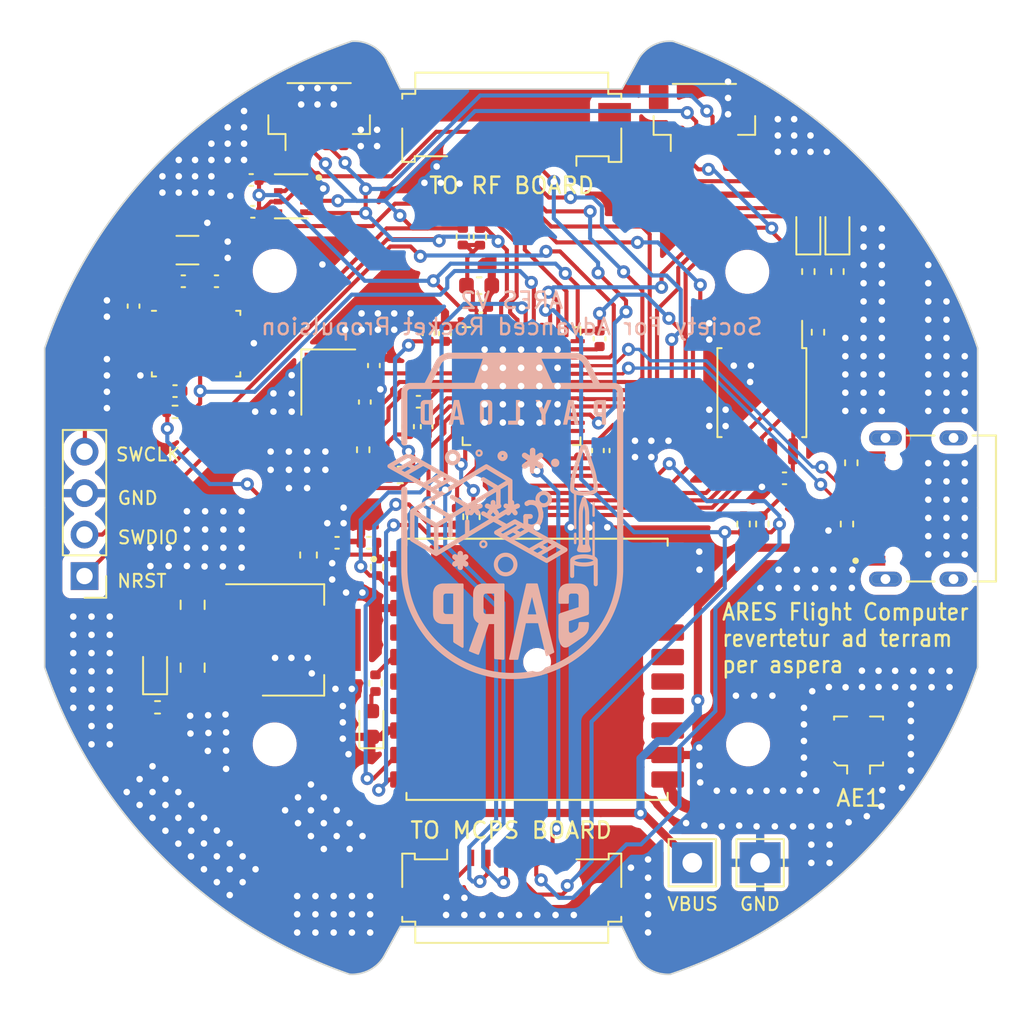
<source format=kicad_pcb>
(kicad_pcb (version 20240108) (generator "pcbnew") (generator_version "8.0")
  (layers (0 "F.Cu" signal) (31 "B.Cu" signal) (34 "B.Paste" user) (35 "F.Paste" user) (36 "B.SilkS" user "B.Silkscreen") (37 "F.SilkS" user "F.Silkscreen") (38 "B.Mask" user) (39 "F.Mask" user) (44 "Edge.Cuts" user))
  (net 0 "")
  (net 1 "/NRST")
  (net 2 "GND")
  (net 3 "/OSC_IN")
  (net 4 "/OSC_OUT")
  (net 5 "+3.3V")
  (net 6 "+3.3VA")
  (net 7 "Net-(U1-VCAP1)")
  (net 8 "VBUS")
  (net 9 "/PWR_LED_K")
  (net 10 "/SWDIO")
  (net 11 "/SWCLK")
  (net 12 "/USB_D+")
  (net 13 "/USB_D-")
  (net 14 "Net-(U4-CAP)")
  (net 15 "Net-(U4-XOUT32)")
  (net 16 "Net-(U4-XIN32)")
  (net 17 "Net-(D2-K)")
  (net 18 "Net-(D3-K)")
  (net 19 "Net-(J2-CC1)")
  (net 20 "/SCLK")
  (net 21 "/CS_FLASH")
  (net 22 "/MISO")
  (net 23 "/LED_G")
  (net 26 "Net-(J2-CC2)")
  (net 27 "/MOSI")
  (net 28 "/BNO_NRST")
  (net 29 "/SDA")
  (net 30 "/SCL")
  (net 36 "Net-(U6-VCC)")
  (net 38 "/GPS_NRST")
  (net 41 "Net-(D4-A)")
  (net 48 "Net-(U4-GNDIO-Pad15)")
  (net 56 "Net-(U6-3D-FIX)")
  (net 57 "/TX_GPS")
  (net 58 "Net-(U6-TX)")
  (net 59 "Net-(U6-RX)")
  (net 60 "/RX_GPS")
  (net 61 "/RADIO_NRST")
  (net 62 "/RX_RADIO")
  (net 63 "/TX_RADIO")
  (net 64 "/MOTOR_NRST")
  (net 65 "/S1_MP")
  (net 66 "/S2_MP")
  (net 77 "/S2_RF")
  (net 78 "/S1_RF")
  (net 79 "/MOTOR_SDA")
  (net 80 "/MOTOR_SCL")
  (net 82 "/LED_B")
  (net 83 "Net-(AE1-A)")
  (footprint "TestPoint:TestPoint_THTPad_2.5x2.5mm_Drill1.2mm" (layer "F.Cu") (at 165.214 121.25)
    (property "Reference" "J5" (hide yes))
    (property "Value" "GND")
  )
  (footprint "Capacitor_SMD:C_0402_1005Metric" (layer "F.Cu") (at 141 93.02854 90)
    (property "Reference" "C3" (hide yes))
    (property "Value" "10pF")
  )
  (footprint "MountingHole:MountingHole_2.2mm_M2" (layer "F.Cu") (at 135.47774 84.9988)
    (property "Reference" "H1" (hide yes))
    (property "Value" "MountingHole")
  )
  (footprint "Capacitor_SMD:C_0402_1005Metric" (layer "F.Cu") (at 129.3725 92.3595 180)
    (property "Reference" "C16" (hide yes))
    (property "Value" "100nF")
  )
  (footprint "Resistor_SMD:R_0402_1005Metric" (layer "F.Cu") (at 140.9 95.95 90)
    (property "Reference" "R14" (hide yes))
    (property "Value" "10k")
  )
  (footprint "Connector_Coaxial:U.FL_Molex_MCRF_73412-0110_Vertical" (layer "F.Cu") (at 171.245 113.792)
    (property "Reference" "AE1")
    (property "Value" "Antenna")
  )
  (footprint "TestPoint:TestPoint_THTPad_2.5x2.5mm_Drill1.2mm" (layer "F.Cu") (at 161.058 121.25)
    (property "Reference" "J4" (hide yes))
    (property "Value" "5V")
  )
  (footprint "BMP280:XDCR_BMP280" (layer "F.Cu") (at 136.4875 80.425)
    (property "Reference" "U3" (hide yes))
    (property "Value" "BMP280")
  )
  (footprint "LED_SMD:LED_0603_1608Metric" (layer "F.Cu") (at 169.95 82.5 90)
    (property "Reference" "D3" (hide yes))
    (property "Value" "LED")
  )
  (footprint "Capacitor_SMD:C_0402_1005Metric" (layer "F.Cu") (at 126.8325 87.1525 -90)
    (property "Reference" "C15" (hide yes))
    (property "Value" "100nF")
  )
  (footprint "Capacitor_SMD:C_0402_1005Metric" (layer "F.Cu") (at 155.378 89.14854 -90)
    (property "Reference" "C7" (hide yes))
    (property "Value" "100nF")
  )
  (footprint "USBC:HRO_TYPE-C-31-M-12" (layer "F.Cu") (at 177.0625 99.55 90)
    (property "Reference" "J2" (hide yes))
    (property "Value" "TYPE-C-31-M-12" (hide yes))
    (fp_line (start 4.625 -4.72) (end 4.625 -3.62) (stroke (width 0.01)) (layer "Edge.Cuts"))
    (fp_line (start -4.025 -4.72) (end -4.025 -3.62) (stroke (width 0.01)) (layer "Edge.Cuts"))
    (fp_line (start 4.025 -3.62) (end 4.025 -4.72) (stroke (width 0.01)) (layer "Edge.Cuts"))
    (fp_line (start -4.625 -3.62) (end -4.625 -4.72) (stroke (width 0.01)) (layer "Edge.Cuts"))
    (fp_line (start 4.625 -0.4) (end 4.625 0.4) (stroke (width 0.01)) (layer "Edge.Cuts"))
    (fp_line (start -4.025 -0.4) (end -4.025 0.4) (stroke (width 0.01)) (layer "Edge.Cuts"))
    (fp_line (start 4.025 0.4) (end 4.025 -0.4) (stroke (width 0.01)) (layer "Edge.Cuts"))
    (fp_line (start -4.625 0.4) (end -4.625 -0.4) (stroke (width 0.01)) (layer "Edge.Cuts"))
    (fp_arc (start 4.325 -5.02) (mid 4.537132 -4.932132) (end 4.625 -4.72) (stroke (width 0.01)) (layer "Edge.Cuts"))
    (fp_arc (start -4.325 -5.02) (mid -4.112868 -4.932132) (end -4.025 -4.72) (stroke (width 0.01)) (layer "Edge.Cuts"))
    (fp_arc (start 4.025 -4.72) (mid 4.112868 -4.932132) (end 4.325 -5.02) (stroke (width 0.01)) (layer "Edge.Cuts"))
    (fp_arc (start -4.625 -4.72) (mid -4.537132 -4.932132) (end -4.325 -5.02) (stroke (width 0.01)) (layer "Edge.Cuts"))
    (fp_arc (start 4.625 -3.62) (mid 4.537132 -3.407868) (end 4.325 -3.32) (stroke (width 0.01)) (layer "Edge.Cuts"))
    (fp_arc (start -4.025 -3.62) (mid -4.112868 -3.407868) (end -4.325 -3.32) (stroke (width 0.01)) (layer "Edge.Cuts"))
    (fp_arc (start 4.325 -3.32) (mid 4.112868 -3.407868) (end 4.025 -3.62) (stroke (width 0.01)) (layer "Edge.Cuts"))
    (fp_arc (start -4.325 -3.32) (mid -4.537132 -3.407868) (end -4.625 -3.62) (stroke (width 0.01)) (layer "Edge.Cuts"))
    (fp_arc (start 4.325 -0.7) (mid 4.537132 -0.612132) (end 4.625 -0.4) (stroke (width 0.01)) (layer "Edge.Cuts"))
    (fp_arc (start -4.325 -0.7) (mid -4.112868 -0.612132) (end -4.025 -0.4) (stroke (width 0.01)) (layer "Edge.Cuts"))
    (fp_arc (start 4.025 -0.4) (mid 4.112868 -0.612132) (end 4.325 -0.7) (stroke (width 0.01)) (layer "Edge.Cuts"))
    (fp_arc (start -4.625 -0.4) (mid -4.537132 -0.612132) (end -4.325 -0.7) (stroke (width 0.01)) (layer "Edge.Cuts"))
    (fp_arc (start 4.625 0.4) (mid 4.537132 0.612132) (end 4.325 0.7) (stroke (width 0.01)) (layer "Edge.Cuts"))
    (fp_arc (start -4.025 0.4) (mid -4.112868 0.612132) (end -4.325 0.7) (stroke (width 0.01)) (layer "Edge.Cuts"))
    (fp_arc (start 4.325 0.7) (mid 4.112868 0.612132) (end 4.025 0.4) (stroke (width 0.01)) (layer "Edge.Cuts"))
    (fp_arc (start -4.325 0.7) (mid -4.537132 0.612132) (end -4.625 0.4) (stroke (width 0.01)) (layer "Edge.Cuts"))
  )
  (footprint "Crystal:Crystal_SMD_3225-4Pin_3.2x2.5mm" (layer "F.Cu") (at 138.7608 91.80734 -90)
    (property "Reference" "Y1" (hide yes))
    (property "Value" "16MHz")
  )
  (footprint "MountingHole:MountingHole_2.2mm_M2" (layer "F.Cu") (at 135.47774 113.9988)
    (property "Reference" "H3" (hide yes))
    (property "Value" "MountingHole")
  )
  (footprint "Capacitor_SMD:C_0402_1005Metric" (layer "F.Cu") (at 129.8805 85.6285)
    (property "Reference" "C18" (hide yes))
    (property "Value" "22pF")
  )
  (footprint "Capacitor_SMD:C_0402_1005Metric" (layer "F.Cu") (at 134.0375 79.425)
    (property "Reference" "C23" (hide yes))
    (property "Value" "100nF")
  )
  (footprint "Resistor_SMD:R_0402_1005Metric" (layer "F.Cu") (at 170.8 96.75 -90)
    (property "Reference" "R2" (hide yes))
    (property "Value" "5.11k")
  )
  (footprint "Package_SO:SOIC-8_5.23x5.23mm_P1.27mm" (layer "F.Cu") (at 165.3225 92.45 -90)
    (property "Reference" "U5" (hide yes))
    (property "Value" "W25Q32JVSS")
  )
  (footprint "Resistor_SMD:R_0402_1005Metric" (layer "F.Cu") (at 164.2 100.5 90)
    (property "Reference" "R15" (hide yes))
    (property "Value" "4.7k")
  )
  (footprint "Capacitor_SMD:C_0402_1005Metric" (layer "F.Cu") (at 148.097 87.18974)
    (property "Reference" "C8" (hide yes))
    (property "Value" "100nF")
  )
  (footprint "Connector_FFC-FPC:Molex_200528-0080_1x08-1MP_P1.00mm_Horizontal" (layer "F.Cu") (at 150 121.86)
    (property "Reference" "J3" (hide yes))
    (property "Value" "FC_M/P")
  )
  (footprint "Resistor_SMD:R_0402_1005Metric" (layer "F.Cu") (at 170.53476 100.5012 90)
    (property "Reference" "R1" (hide yes))
    (property "Value" "5.11k")
  )
  (footprint "Resistor_SMD:R_0402_1005Metric" (layer "F.Cu") (at 147 82.9 -90)
    (property "Reference" "R12" (hide yes))
    (property "Value" "4.7k")
  )
  (footprint "Capacitor_SMD:C_0402_1005Metric" (layer "F.Cu") (at 139.3 101.65)
    (property "Reference" "C21" (hide yes))
    (property "Value" "1uF")
  )
  (footprint "Inductor_SMD:L_0603_1608Metric" (layer "F.Cu") (at 137.55 102.4 90)
    (property "Reference" "FB2" (hide yes))
    (property "Value" "600R")
  )
  (footprint "Capacitor_SMD:C_0805_2012Metric" (layer "F.Cu") (at 130.45 109.3 90)
    (property "Reference" "C13" (hide yes))
    (property "Value" "22uF")
  )
  (footprint "Resistor_SMD:R_0402_1005Metric" (layer "F.Cu") (at 169.95 85.0375 -90)
    (property "Reference" "R9" (hide yes))
    (property "Value" "1k")
  )
  (footprint "Resistor_SMD:R_0402_1005Metric" (layer "F.Cu") (at 129.3725 93.6295)
    (property "Reference" "R4" (hide yes))
    (property "Value" "10k")
  )
  (footprint "CD-PA1616D:XCVR_CD-PA1616D" (layer "F.Cu") (at 151.55 109.4)
    (property "Reference" "U6" (hide yes))
    (property "Value" "PA1616S")
  )
  (footprint "Connector_JST:JST_SH_BM04B-SRSS-TB_1x04-1MP_P1.00mm_Vertical" (layer "F.Cu") (at 161.8 75.55)
    (property "Reference" "J7" (hide yes))
    (property "Value" "Conn_01x04_Pin")
  )
  (footprint "MountingHole:MountingHole_2.2mm_M2" (layer "F.Cu") (at 164.47774 113.9988)
    (property "Reference" "H4" (hide yes))
    (property "Value" "MountingHole")
  )
  (footprint "Capacitor_SMD:C_0402_1005Metric" (layer "F.Cu") (at 166.7075 97.7 180)
    (property "Reference" "C20" (hide yes))
    (property "Value" "100nF")
  )
  (footprint "Resistor_SMD:R_0402_1005Metric" (layer "F.Cu") (at 148.05 82.91 -90)
    (property "Reference" "R13" (hide yes))
    (property "Value" "4.7k")
  )
  (footprint "Package_DFN_QFN:QFN-48-1EP_7x7mm_P0.5mm_EP5.6x5.6mm" (layer "F.Cu") (at 150.6 92.04974)
    (property "Reference" "U1" (hide yes))
    (property "Value" "STM32F401CCU6")
  )
  (footprint "Crystal:Crystal_SMD_3215-2Pin_3.2x1.5mm" (layer "F.Cu") (at 130.1345 83.7235 180)
    (property "Reference" "Y2" (hide yes))
    (property "Value" "32.768kHz")
  )
  (footprint "Resistor_SMD:R_0402_1005Metric" (layer "F.Cu") (at 146.65 100.05 -90)
    (property "Reference" "R10" (hide yes))
    (property "Value" "470")
  )
  (footprint "Package_TO_SOT_SMD:SOT-223-3_TabPin2" (layer "F.Cu") (at 136.6 107.6)
    (property "Reference" "U2" (hide yes))
    (property "Value" "AMS1117-3.3")
  )
  (footprint "Capacitor_SMD:C_0805_2012Metric" (layer "F.Cu") (at 130.45 105.45 90)
    (property "Reference" "C14" (hide yes))
    (property "Value" "22uF")
  )
  (footprint "Capacitor_SMD:C_0402_1005Metric" (layer "F.Cu") (at 144.91 88.82774 90)
    (property "Reference" "C5" (hide yes))
    (property "Value" "100nF")
  )
  (footprint "Resistor_SMD:R_0402_1005Metric" (layer "F.Cu") (at 128.3 111.7295)
    (property "Reference" "R3" (hide yes))
    (property "Value" "1k")
  )
  (footprint "Resistor_SMD:R_0402_1005Metric" (layer "F.Cu") (at 168.168 85.0375 -90)
    (property "Reference" "R8" (hide yes))
    (property "Value" "1k")
  )
  (footprint "Capacitor_SMD:C_0402_1005Metric" (layer "F.Cu") (at 131.9125 85.6285)
    (property "Reference" "C17" (hide yes))
    (property "Value" "22pF")
  )
  (footprint "Capacitor_SMD:C_0402_1005Metric" (layer "F.Cu") (at 144.28 93.011 180)
    (property "Reference" "C1" (hide yes))
    (property "Value" "100nF")
  )
  (footprint "Capacitor_SMD:C_0603_1608Metric" (layer "F.Cu") (at 148 85.9)
    (property "Reference" "C4" (hide yes))
    (property "Value" "10uF")
  )
  (footprint "Resistor_SMD:R_0402_1005Metric" (layer "F.Cu") (at 141.65 110.25 90)
    (property "Reference" "R6" (hide yes))
    (property "Value" "470")
  )
  (footprint "Resistor_SMD:R_0402_1005Metric" (layer "F.Cu") (at 141.75 103.15 -90)
    (property "Reference" "R5" (hide yes))
    (property "Value" "10k")
  )
  (footprint "Connector_FFC-FPC:Molex_200528-0080_1x08-1MP_P1.00mm_Horizontal" (layer "F.Cu") (at 150 77.15 180)
    (property "Reference" "J6" (hide yes))
    (property "Value" "FC_RF")
  )
  (footprint "MountingHole:MountingHole_2.2mm_M2" (layer "F.Cu") (at 164.42774 85.0488)
    (property "Reference" "H2" (hide yes))
    (property "Value" "MountingHole")
  )
  (footprint "Capacitor_SMD:C_0402_1005Metric" (layer "F.Cu") (at 155.278 95.9988 -90)
    (property "Reference" "C6" (hide yes))
    (property "Value" "100nF")
  )
  (footprint "Connector_PinHeader_2.54mm:PinHeader_1x04_P2.54mm_Vertical" (layer "F.Cu") (at 123.82774 103.6888 180)
    (property "Reference" "J1" (hide yes))
    (property "Value" "SWD")
  )
  (footprint "Resistor_SMD:R_0402_1005Metric" (layer "F.Cu") (at 165.35 100.5 90)
    (property "Reference" "R16" (hide yes))
    (property "Value" "4.7k")
  )
  (footprint "Capacitor_SMD:C_0402_1005Metric" (layer "F.Cu") (at 141.5548 90.79134 90)
    (property "Reference" "C2" (hide yes))
    (property "Value" "10pF")
  )
  (footprint "Capacitor_SMD:C_0402_1005Metric" (layer "F.Cu") (at 134.1375 81.375)
    (property "Reference" "C24" (hide yes))
    (property "Value" "100nF")
  )
  (footprint "Capacitor_SMD:C_0402_1005Metric" (layer "F.Cu") (at 144.788 94.535 90)
    (property "Reference" "C10" (hide yes))
    (property "Value" "1uF")
  )
  (footprint "LED_SMD:LED_0603_1608Metric" (layer "F.Cu") (at 128.15 109.442 90)
    (property "Reference" "D1" (hide yes))
    (property "Value" "LED")
  )
  (footprint "Resistor_SMD:R_0402_1005Metric" (layer "F.Cu") (at 147.65 100.05 -90)
    (property "Reference" "R11" (hide yes))
    (property "Value" "470")
  )
  (footprint "Package_LGA:LGA-28_5.2x3.8mm_P0.5mm" (layer "F.Cu") (at 130.6625 89.45)
    (property "Reference" "U4" (hide yes))
    (property "Value" "BNO055")
  )
  (footprint "Capacitor_SMD:C_0402_1005Metric" (layer "F.Cu") (at 156.35 96 90)
    (property "Reference" "C12" (hide yes))
    (property "Value" "2.2uF")
  )
  (footprint "LED_SMD:LED_0603_1608Metric" (layer "F.Cu") (at 168.168 82.5 90)
    (property "Reference" "D2" (hide yes))
    (property "Value" "LED")
  )
  (footprint "LED_SMD:LED_0603_1608Metric" (layer "F.Cu") (at 141.4 112.75 90)
    (property "Reference" "D4" (hide yes))
    (property "Value" "LED")
  )
  (footprint "Capacitor_SMD:C_0402_1005Metric" (layer "F.Cu") (at 141.25 101.65 180)
    (property "Reference" "C19" (hide yes))
    (property "Value" "100nF")
  )
  (footprint "Capacitor_SMD:C_0402_1005Metric" (layer "F.Cu") (at 143.645 94.535 90)
    (property "Reference" "C9" (hide yes))
    (property "Value" "10nF")
  )
  (footprint "Resistor_SMD:R_0402_1005Metric" (layer "F.Cu") (at 168.7575 88.75 90)
    (property "Reference" "R7" (hide yes))
    (property "Value" "10k")
  )
  (footprint "Capacitor_SMD:C_0402_1005Metric" (layer "F.Cu") (at 145.91 88.82774 90)
    (property "Reference" "C11" (hide yes))
    (property "Value" "1uF")
  )
  (footprint "Connector_JST:JST_SH_BM04B-SRSS-TB_1x04-1MP_P1.00mm_Vertical" (layer "F.Cu") (at 138.2 75.5)
    (property "Reference" "J8" (hide yes))
    (property "Value" "Conn_01x04_Pin")
  )
  (footprint "Inductor_SMD:L_0603_1608Metric" (layer "F.Cu") (at 143.172 97.49654)
    (property "Reference" "FB1" (hide yes))
    (property "Value" "120R")
  )
  (footprint "LOGO" (layer "B.Cu") (at 149.606 100 180)
    (property "Reference" "G***")
    (property "Value" "LOGO" (hide yes))
  )
  (gr_arc (start 161.315589 117.9068) (mid 160.082709 117.390896) (end 159.584685 116.150685) (stroke (width 0.75)) (layer "F.Cu") (net 83))
  (gr_arc (start 171.196 115.4176) (mid 170.467696 117.175883) (end 168.709413 117.904187) (stroke (width 0.75)) (layer "F.Cu") (net 83))
  (gr_arc (start 159.869743 70.927799) (mid 171.375988 78.168728) (end 178.538741 89.7238) (stroke (width 0.1)) (layer "Edge.Cuts"))
  (gr_arc (start 157.793393 71.962949) (mid 158.689121 71.159649) (end 159.869742 70.9278) (stroke (width 0.1)) (layer "Edge.Cuts"))
  (gr_line (start 121.38874 89.723799) (end 121.38874 99.502799) (stroke (width 0.1)) (layer "Edge.Cuts"))
  (gr_line (start 142.261094 71.962945) (end 143.169242 73.8488) (stroke (width 0.1)) (layer "Edge.Cuts"))
  (gr_arc (start 142.134089 127.04265) (mid 141.238354 127.845935) (end 140.05774 128.077799) (stroke (width 0.1)) (layer "Edge.Cuts"))
  (gr_line (start 142.134094 127.042653) (end 143.16924 125.156799) (stroke (width 0.1)) (layer "Edge.Cuts"))
  (gr_line (start 156.75824 125.156799) (end 143.16924 125.1568) (stroke (width 0.1)) (layer "Edge.Cuts"))
  (gr_line (start 157.793388 71.962946) (end 156.758242 73.8488) (stroke (width 0.1)) (layer "Edge.Cuts"))
  (gr_arc (start 140.057739 128.0778) (mid 128.55149 120.836876) (end 121.388741 109.281799) (stroke (width 0.1)) (layer "Edge.Cuts"))
  (gr_line (start 121.38874 99.502799) (end 121.38874 109.281799) (stroke (width 0.1)) (layer "Edge.Cuts"))
  (gr_line (start 178.538742 99.5028) (end 178.538742 89.7238) (stroke (width 0.1)) (layer "Edge.Cuts"))
  (gr_arc (start 121.38874 89.723799) (mid 128.59631 78.136693) (end 140.187287 70.93535) (stroke (width 0.1)) (layer "Edge.Cuts"))
  (gr_line (start 143.169242 73.8488) (end 156.758242 73.8488) (stroke (width 0.1)) (layer "Edge.Cuts"))
  (gr_arc (start 159.742739 128.07776) (mid 158.562129 127.845921) (end 157.666388 127.042654) (stroke (width 0.1)) (layer "Edge.Cuts"))
  (gr_arc (start 178.538742 109.2818) (mid 171.331169 120.868906) (end 159.740195 128.070249) (stroke (width 0.1)) (layer "Edge.Cuts"))
  (gr_arc (start 140.184743 70.927839) (mid 141.365363 71.159658) (end 142.261094 71.962945) (stroke (width 0.1)) (layer "Edge.Cuts"))
  (gr_line (start 157.666388 127.042654) (end 156.75824 125.156799) (stroke (width 0.1)) (layer "Edge.Cuts"))
  (gr_line (start 178.538742 109.2818) (end 178.538742 99.5028) (stroke (width 0.1)) (layer "Edge.Cuts"))
  (gr_text "ARES V2\nSociety For Advanced Rocket Propulsion\n" (at 150 89 0) (layer "B.SilkS") (effects (font (size 1 1)) (justify bottom mirror)))
  (gr_text "GND\n" (at 127.08554 98.9126 0) (layer "F.SilkS") (effects (font (size 0.8 0.8) (thickness 0.125))))
  (gr_text "GND" (at 163.9 124.25 0) (layer "F.SilkS") (effects (font (size 0.8 0.8) (thickness 0.125) (bold yes)) (justify left bottom)))
  (gr_text "NRST\n" (at 127.33954 103.9926 0) (layer "F.SilkS") (effects (font (size 0.8 0.8) (thickness 0.125))))
  (gr_text "TO RF BOARD" (at 144.85 80.35 0) (layer "F.SilkS") (effects (font (size 1 1) (thickness 0.15) (bold yes)) (justify left bottom)))
  (gr_text "ARES Flight Computer\nrevertetur ad terram \nper aspera" (at 162.8 109.7 0) (layer "F.SilkS") (effects (font (size 1 0.91) (thickness 0.15) (bold yes)) (justify left bottom)))
  (gr_text "SWCLK\n" (at 127.72054 96.2456 0) (layer "F.SilkS") (effects (font (size 0.8 0.8) (thickness 0.125))))
  (gr_text "VBUS" (at 159.455 124.25 0) (layer "F.SilkS") (effects (font (size 0.8 0.8) (thickness 0.125) (bold yes)) (justify left bottom)))
  (gr_text "TO MCPS BOARD" (at 143.7 119.85 0) (layer "F.SilkS") (effects (font (size 1 1) (thickness 0.15) (bold yes)) (justify left bottom)))
  (gr_text "SWDIO\n" (at 127.72054 101.3256 0) (layer "F.SilkS") (effects (font (size 0.8 0.8) (thickness 0.125))))
  (segment (start 141.59146 94.74854) (end 140.9 95.44) (width 0.25) (layer "F.Cu") (net 1))
  (segment (start 143.256686 92.29974) (end 147.1625 92.29974) (width 0.25) (layer "F.Cu") (net 1))
  (segment (start 123.73554 103.8386) (end 123.73554 103.76446) (width 0.25) (layer "F.Cu") (net 1))
  (segment (start 145.47126 92.29974) (end 147.1625 92.29974) (width 0.25) (layer "F.Cu") (net 1))
  (segment (start 123.73554 103.76446) (end 132.75146 94.74854) (width 0.25) (layer "F.Cu") (net 1))
  (segment (start 132.75146 94.74854) (end 141.814396 94.74854) (width 0.25) (layer "F.Cu") (net 1))
  (segment (start 141.814396 94.74854) (end 141.59146 94.74854) (width 0.25) (layer "F.Cu") (net 1))
  (segment (start 144.76 93.011) (end 145.47126 92.29974) (width 0.25) (layer "F.Cu") (net 1))
  (segment (start 142.45 93.411701) (end 143.125001 92.7367) (width 0.25) (layer "F.Cu") (net 1))
  (segment (start 143.124999 92.431427) (end 143.256686 92.29974) (width 0.25) (layer "F.Cu") (net 1))
  (segment (start 143.125001 92.7367) (end 143.124999 92.431427) (width 0.25) (layer "F.Cu") (net 1))
  (segment (start 141.814396 94.74854) (end 142.45 94.112936) (width 0.25) (layer "F.Cu") (net 1))
  (segment (start 142.45 94.112936) (end 142.45 93.411701) (width 0.25) (layer "F.Cu") (net 1))
  (segment (start 132.85 89.5) (end 132.85 89.4) (width 0.25) (layer "F.Cu") (net 2))
  (segment (start 133.2875 81.375) (end 133.6575 81.375) (width 0.25) (layer "F.Cu") (net 2))
  (segment (start 126.8325 87.6325) (end 126.8325 88.004) (width 0.25) (layer "F.Cu") (net 2))
  (segment (start 136.8676 92.85) (end 137.85346 92.85) (width 0.25) (layer "F.Cu") (net 2))
  (segment (start 143.55 113.15) (end 143.15 113.15) (width 0.5) (layer "F.Cu") (net 2))
  (segment (start 127.25 91.4) (end 127.5375 91.1125) (width 0.25) (layer "F.Cu") (net 2))
  (segment (start 132.6 84.2) (end 132.6 85.421) (width 0.25) (layer "F.Cu") (net 2))
  (segment (start 138.45 79.95) (end 137.95 79.45) (width 0.25) (layer "F.Cu") (net 2))
  (segment (start 131.761 82.05) (end 131.008 82.05) (width 0.25) (layer "F.Cu") (net 2))
  (segment (start 132.7625 80.85) (end 133.2875 81.375) (width 0.25) (layer "F.Cu") (net 2))
  (segment (start 152.85 95.48724) (end 152.85 95.97448) (width 0.25) (layer "F.Cu") (net 2))
  (segment (start 150.6 92.04974) (end 151.30026 92.04974) (width 0.25) (layer "F.Cu") (net 2))
  (segment (start 139.6 88.8) (end 139.6 90.69654) (width 0.25) (layer "F.Cu") (net 2))
  (segment (start 133.05 89.7) (end 132.85 89.5) (width 0.25) (layer "F.Cu") (net 2))
  (segment (start 151.30026 92.04974) (end 153.55026 89.79974) (width 0.25) (layer "F.Cu") (net 2))
  (segment (start 163.4175 88.85) (end 163.4175 88.19) (width 0.25) (layer "F.Cu") (net 2))
  (segment (start 163.3 76.875001) (end 163.3 76.900964) (width 0.25) (layer "F.Cu") (net 2))
  (segment (start 139.6108 90.70734) (end 139.6108 90.61574) (width 0.25) (layer "F.Cu") (net 2))
  (segment (start 141.5548 90.31134) (end 141.5548 90.1452) (width 0.25) (layer "F.Cu") (net 2))
  (segment (start 150.6 92.04974) (end 150.6 92.75) (width 0.25) (layer "F.Cu") (net 2))
  (segment (start 132.6 85.421) (end 132.3925 85.6285) (width 0.25) (layer "F.Cu") (net 2))
  (segment (start 130.45 108.35) (end 129.2 109.6) (width 0.25) (layer "F.Cu") (net 2))
  (segment (start 153.35432 96.4788) (end 155.278 96.4788) (width 0.25) (layer "F.Cu") (net 2))
  (segment (start 171.4148 102.75) (end 170.8648 103.3) (width 0.25) (layer "F.Cu") (net 2))
  (segment (start 132.85 89.4) (end 133.05 89.2) (width 0.25) (layer "F.Cu") (net 2))
  (segment (start 148.625 85.9) (end 148.577 85.948) (width 0.25) (layer "F.Cu") (net 2))
  (segment (start 141.65146 92.54854) (end 141 92.54854) (width 0.25) (layer "F.Cu") (net 2))
  (segment (start 169.4 100.9) (end 170.42356 100.9) (width 0.25) (layer "F.Cu") (net 2))
  (segment (start 133.5024 105.3084) (end 133.45 105.3) (width 0.25) (layer "F.Cu") (net 2))
  (segment (start 155.2068 89.79974) (end 154.0375 89.79974) (width 0.25) (layer "F.Cu") (net 2))
  (segment (start 130.45 108.35) (end 130.5052 108.3564) (width 0.25) (layer "F.Cu") (net 2))
  (segment (start 136.1125 80.1) (end 135.6875 80.1) (width 0.25) (layer "F.Cu") (net 2))
  (segment (start 127.5375 91.1125) (end 128.4125 91.1125) (width 0.25) (layer "F.Cu") (net 2))
  (segment (start 134.2 89.425) (end 133.275 89.425) (width 0.25) (layer "F.Cu") (net 2))
  (segment (start 143.645 94.055) (end 144.788 94.055) (width 0.25) (layer "F.Cu") (net 2))
  (segment (start 146.04326 92.79974) (end 144.788 94.055) (width 0.25) (layer "F.Cu") (net 2))
  (segment (start 129.2 109.6) (end 129.2 111.3395) (width 0.25) (layer "F.Cu") (net 2))
  (segment (start 149.85 92.79974) (end 147.1625 92.79974) (width 0.25) (layer "F.Cu") (net 2))
  (segment (start 150.6 92.75) (end 152.85 95) (width 0.25) (layer "F.Cu") (net 2))
  (segment (start 139.8 88.6) (end 139.6 88.8) (width 0.25) (layer "F.Cu") (net 2))
  (segment (start 129.2 111.3395) (end 128.81 111.7295) (width 0.25) (layer "F.Cu") (net 2))
  (segment (start 137.2875 79.45) (end 136.7625 79.45) (width 0.25) (layer "F.Cu") (net 2))
  (segment (start 156.24829 95.52) (end 156.35 95.52) (width 0.25) (layer "F.Cu") (net 2))
  (segment (start 163.3 76.900964) (end 163.299657 76.901307) (width 0.25) (layer "F.Cu") (net 2))
  (segment (start 131.008 82.05) (end 130.3605 82.6975) (width 0.25) (layer "F.Cu") (net 2))
  (segment (start 136.7625 79.45) (end 136.1125 80.1) (width 0.25) (layer "F.Cu") (net 2))
  (segment (start 132.6 83.2) (end 132.6 82.889) (width 0.25) (layer "F.Cu") (net 2))
  (segment (start 155.278 96.4788) (end 155.28949 96.4788) (width 0.25) (layer "F.Cu") (net 2))
  (segment (start 127.25 91.4) (end 128.2095 92.3595) (width 0.25) (layer "F.Cu") (net 2))
  (segment (start 139.6108 90.61574) (end 139.9152 90.31134) (width 0.25) (layer "F.Cu") (net 2))
  (segment (start 148.577 86.45) (end 148.577 87.18974) (width 0.25) (layer "F.Cu") (net 2))
  (segment (start 133.325 89.425) (end 133.05 89.7) (width 0.25) (layer "F.Cu") (net 2))
  (segment (start 148.577 85.948) (end 148.577 86.45) (width 0.25) (layer "F.Cu") (net 2))
  (segment (start 132.6 83.2) (end 132.6 84.2) (width 0.25) (layer "F.Cu") (net 2))
  (segment (start 136.5176 92.5) (end 136.8676 92.85) (width 0.25) (layer "F.Cu") (net 2))
  (segment (start 128.4125 90.3375) (end 128.275 90.2) (width 0.25) (layer "F.Cu") (net 2))
  (segment (start 142.4 113.15) (end 143.15 113.15) (width 0.5) (layer "F.Cu") (net 2))
  (segment (start 141.4 113.5375) (end 142.0125 113.5375) (width 0.5) (layer "F.Cu") (net 2))
  (segment (start 132.7625 80.4) (end 132.7625 80) (width 0.25) (layer "F.Cu") (net 2))
  (segment (start 139.6 90.69654) (end 139.6108 90.70734) (width 0.25) (layer "F.Cu") (net 2))
  (segment (start 137.85346 92.85) (end 137.9108 92.90734) (width 0.25) (layer "F.Cu") (net 2))
  (segment (start 150.6 92.04974) (end 148.35 89.79974) (width 0.25) (layer "F.Cu") (net 2))
  (segment (start 135.6125 80.175) (end 135.6875 80.1) (width 0.25) (layer "F.Cu") (net 2))
  (segment (start 127.5285 88.7) (end 128.275 88.7) (width 0.25) (layer "F.Cu") (net 2))
  (segment (start 147.1625 92.79974) (end 146.04326 92.79974) (width 0.25) (layer "F.Cu") (net 2))
  (segment (start 128.8925 92.3595) (end 128.4125 91.8795) (width 0.25) (layer "F.Cu") (net 2))
  (segment (start 170.91 96.35) (end 172.3125 96.35) (width 0.25) (layer "F.Cu") (net 2))
  (segment (start 134.2 89.425) (end 133.325 89.425) (width 0.25) (layer "F.Cu") (net 2))
  (segment (start 148.35 87.41674) (end 148.35 88.61224) (width 0.25) (layer "F.Cu") (net 2))
  (segment (start 130.45 104.5) (end 130.4544 104.4956) (width 0.25) (layer "F.Cu") (net 2))
  (segment (start 132.7625 80.4) (end 132.7625 80.85) (width 0.25) (layer "F.Cu") (net 2))
  (segment (start 153.55026 89.79974) (end 154.0375 89.79974) (width 0.25) (layer "F.Cu") (net 2))
  (segment (start 130.5052 108.3564) (end 130.45 108.67954) (width 0.25) (layer "F.Cu") (net 2))
  (segment (start 127.25 91.4) (end 127.25 91.225) (width 0.25) (layer "F.Cu") (net 2))
  (segment (start 133.275 89.425) (end 133.05 89.2) (width 0.25) (layer "F.Cu") (net 2))
  (segment (start 139.9152 90.31134) (end 141.5548 90.31134) (width 0.25) (layer "F.Cu") (net 2))
  (segment (start 148.35 89.79974) (end 148.35 88.61224) (width 0.25) (layer "F.Cu") (net 2))
  (segment (start 128.4125 91.1125) (end 128.4125 90.3375) (width 0.25) (layer "F.Cu") (net 2))
  (segment (start 170.42356 100.9) (end 170.53476 101.0112) (width 0.25) (layer "F.Cu") (net 2))
  (segment (start 156.47 95.4) (end 156.35 95.52) (width 0.25) (layer "F.Cu") (net 2))
  (segment (start 128.4125 91.8795) (end 128.4125 91.1125) (width 0.25) (layer "F.Cu") (net 2))
  (segment (start 126.8325 88.004) (end 127.5285 88.7) (width 0.25) (layer "F.Cu") (net 2))
  (segment (start 141.95 92.25) (end 141.65146 92.54854) (width 0.25) (layer "F.Cu") (net 2))
  (segment (start 150.6 92.04974) (end 149.85 92.79974) (width 0.25) (layer "F.Cu") (net 2))
  (segment (start 132.7625 80) (end 133.3375 79.425) (width 0.25) (layer "F.Cu") (net 2))
  (segment (start 128.2095 92.3595) (end 128.8925 92.3595) (width 0.25) (layer "F.Cu") (net 2))
  (segment (start 130.3605 82.6975) (end 130.3605 85.6285) (width 0.25) (layer "F.Cu") (net 2))
  (segment (start 137.95 79.45) (end 137.2875 79.45) (width 0.25) (layer "F.Cu") (net 2))
  (segment (start 168.168 85.5475) (end 169.95 85.5475) (width 0.25) (layer "F.Cu") (net 2))
  (segment (start 165.325 98.225) (end 165.85 97.7) (width 0.25) (layer "F.Cu") (net 2))
  (segment (start 127.25 91.225) (end 128.275 90.2) (width 0.25) (layer "F.Cu") (net 2))
  (segment (start 152.85 95) (end 152.85 95.48724) (width 0.25) (layer "F.Cu") (net 2))
  (segment (start 170.8 96.24) (end 170.91 96.35) (width 0.25) (layer "F.Cu") (net 2))
  (segment (start 142.0125 113.5375) (end 142.4 113.15) (width 0.5) (layer "F.Cu") (net 2))
  (segment (start 152.85 95.97448) (end 153.35432 96.4788) (width 0.25) (layer "F.Cu") (net 2))
  (segment (start 143.8 93.011) (end 143.8 93.9) (width 0.25) (layer "F.Cu") (net 2))
  (segment (start 148.577 87.18974) (end 148.35 87.41674) (width 0.25) (layer "F.Cu") (net 2))
  (segment (start 155.28949 96.4788) (end 156.24829 95.52) (width 0.25) (layer "F.Cu") (net 2))
  (segment (start 172.3125 102.75) (end 171.4148 102.75) (width 0.25) (layer "F.Cu") (net 2))
  (segment (start 155.378 89.62854) (end 155.2068 89.79974) (width 0.25) (layer "F.Cu") (net 2))
  (segment (start 132.6 82.889) (end 131.761 82.05) (width 0.25) (layer "F.Cu") (net 2))
  (segment (start 144.788 94.055) (end 144.788 94.003) (width 0.25) (layer "F.Cu") (net 2))
  (segment (start 128.81 111.7295) (end 128.81 111.86) (width 0.25) (layer "F.Cu") (net 2))
  (segment (start 133.3375 79.425) (end 133.5575 79.425) (width 0.25) (layer "F.Cu") (net 2))
  (segment (start 165.85 97.7) (end 166.2275 97.7) (width 0.25) (layer "F.Cu") (net 2))
  (via (at 171.5516 87.9856) (size 0.8) (drill 0.4) (layers "F.Cu" "B.Cu") (net 2))
  (via (at 167.3 76.7) (size 0.8) (drill 0.4) (layers "F.Cu" "B.Cu") (net 2))
  (via (at 172.6692 93.5736) (size 0.8) (drill 0.4) (layers "F.Cu" "B.Cu") (net 2))
  (via (at 176.6316 97.8916) (size 0.8) (drill 0.4) (layers "F.Cu" "B.Cu") (net 2))
  (via (at 169.4688 120.142) (size 0.8) (drill 0.4) (layers "F.Cu" "B.Cu") (net 2))
  (via (at 170.434 91.3384) (size 0.8) (drill 0.4) (layers "F.Cu" "B.Cu") (net 2))
  (via (at 167.4648 103.3) (size 0.8) (drill 0.4) (layers "F.Cu" "B.Cu") (net 2))
  (via (at 127.8636 103.0732) (size 0.8) (drill 0.4) (layers "F.Cu" "B.Cu") (net 2))
  (via (at 132.723588 123.229713) (size 0.8) (drill 0.4) (layers "F.Cu" "B.Cu") (net 2))
  (via (at 139.85 104.7) (size 0.8) (drill 0.4) (layers "F.Cu" "B.Cu") (net 2))
  (via (at 136.5176 93.6176) (size 0.8) (drill 0.4) (layers "F.Cu" "B.Cu") (net 2))
  (via (at 151.6888 89.8144) (size 0.8) (drill 0.4) (layers "F.Cu" "B.Cu") (net 2))
  (via (at 123.1392 107.289601) (size 0.8) (drill 0.4) (layers "F.Cu" "B.Cu") (net 2))
  (via (at 137.696263 119.617188) (size 0.8) (drill 0.4) (layers "F.Cu" "B.Cu") (net 2))
  (via (at 140.75 76.35) (size 0.8) (drill 0.4) (layers "F.Cu" "B.Cu") (net 2))
  (via (at 124.2568 111.760001) (size 0.8) (drill 0.4) (layers "F.Cu" "B.Cu") (net 2))
  (via (at 134.2824 93.6176) (size 0.8) (drill 0.4) (layers "F.Cu" "B.Cu") (net 2))
  (via (at 136.517599 91.3824) (size 0.8) (drill 0.4) (layers "F.Cu" "B.Cu") (net 2))
  (via (at 167.3 75.7) (size 0.8) (drill 0.4) (layers "F.Cu" "B.Cu") (net 2))
  (via (at 124.2568 110.6424) (size 0.8) (drill 0.4) (layers "F.Cu" "B.Cu") (net 2))
  (via (at 173.486 109.49) (size 0.8) (drill 0.4) (layers "F.Cu" "B.Cu") (net 2))
  (via (at 177.7492 102.362) (size 0.8) (drill 0.4) (layers "F.Cu" "B.Cu") (net 2))
  (via (at 148.336 93.167201) (size 0.8) (drill 0.4) (layers "F.Cu" "B.Cu") (net 2))
  (via (at 158.35 124.4028) (size 0.8) (drill 0.4) (layers "F.Cu" "B.Cu") (net 2))
  (via (at 138.486526 120.407451) (size 0.8) (drill 0.4) (layers "F.Cu" "B.Cu") (net 2))
  (via (at 132.334 99.7204) (size 0.8) (drill 0.4) (layers "F.Cu" "B.Cu") (net 2))
  (via (at 176.6316 101.2444) (size 0.8) (drill 0.4) (layers "F.Cu" "B.Cu") (net 2))
  (via (at 162.56 116.84) (size 0.8) (drill 0.4) (layers "F.Cu" "B.Cu") (net 2))
  (via (at 161.798 118.9736) (size 0.8) (drill 0.4) (layers "F.Cu" "B.Cu") (net 2))
  (via (at 126.412937 116.919063) (size 0.8) (drill 0.4) (layers "F.Cu" "B.Cu") (net 2))
  (via (at 152.8064 92.0496) (size 0.8) (drill 0.4) (layers "F.Cu" "B.Cu") (net 2))
  (via (at 167.898 111.76) (size 0.8) (drill 0.4) (layers "F.Cu" "B.Cu") (net 2))
  (via (at 129.573988 116.919063) (size 0.8) (drill 0.4) (layers "F.Cu" "B.Cu") (net 2))
  (via (at 151.6888 93.1672) (size 0.8) (drill 0.4) (layers "F.Cu" "B.Cu") (net 2))
  (via (at 129.6 79.2) (size 0.8) (drill 0.4) (layers "F.Cu" "B.Cu") (net 2))
  (via (at 132.6 83.2) (size 0.8) (drill 0.4) (layers "F.Cu" "B.Cu") (net 2))
  (via (at 169.422 110.49) (size 0.8) (drill 0.4) (layers "F.Cu" "B.Cu") (net 2))
  (via (at 168.5824 104.4176) (size 0.8) (drill 0.4) (layers "F.Cu" "B.Cu") (net 2))
  (via (at 132.5 113.2648) (size 0.8) (drill 0.4) (layers "F.Cu" "B.Cu") (net 2))
  (via (at 176.6316 86.868) (size 0.8) (drill 0.4) (layers "F.Cu" "B.Cu") (net 2))
  (via (at 149.4536 93.1672) (size 0.8) (drill 0.4) (layers "F.Cu" "B.Cu") (net 2))
  (via (at 133.51385 122.43945) (size 0.8) (drill 0.4) (layers "F.Cu" "B.Cu") (net 2))
  (via (at 177.7492 90.2208) (size 0.8) (drill 0.4) (layers "F.Cu" "B.Cu") (net 2))
  (via (at 132.3 103.1) (size 0.8) (drill 0.4) (layers "F.Cu" "B.Cu") (net 2))
  (via (at 138.1 73.8) (size 0.8) (drill 0.4) (layers "F.Cu" "B.Cu") (net 2))
  (via (at 138.7 100.45) (size 0.8) (drill 0.4) (layers "F.Cu" "B.Cu") (net 2))
  (via (at 131.2164 101.9556) (size 0.8) (drill 0.4) (layers "F.Cu" "B.Cu") (net 2))
  (via (at 131.6 79.2) (size 0.8) (drill 0.4) (layers "F.Cu" "B.Cu") (net 2))
  (via (at 145.4 78.6) (size 0.8) (drill 0.4) (layers "F.Cu" "B.Cu") (net 2))
  (via (at 175.514 96.774) (size 0.8) (drill 0.4) (layers "F.Cu" "B.Cu") (net 2))
  (via (at 139.090401 125.5268) (size 0.8) (drill 0.4) (layers "F.Cu" "B.Cu") (net 2))
  (via (at 137.1 73.8) (size 0.8) (drill 0.4) (layers "F.Cu" "B.Cu") (net 2))
  (via (at 136.906001 118.826926) (size 0.8) (drill 0.4) (layers "F.Cu" "B.Cu") (net 2))
  (via (at 172.6692 90.2208) (size 0.8) (drill 0.4) (layers "F.Cu" "B.Cu") (net 2))
  (via (at 172.6692 92.456) (size 0.8) (drill 0.4) (layers "F.Cu" "B.Cu") (net 2))
  (via (at 137.4648 98.298) (size 0.8) (drill 0.4) (layers "F.Cu" "B.Cu") (net 2))
  (via (at 165.2296 104.4176) (size 0.8) (drill 0.4) (layers "F.Cu" "B.Cu") (net 2))
  (via (at 136.5176 92.5) (size 0.8) (drill 0.4) (layers "F.Cu" "B.Cu") (net 2))
  (via (at 172.6692 86.868) (size 0.8) (drill 0.4) (layers "F.Cu" "B.Cu") (net 2))
  (via (at 131.6 80.2) (size 0.8) (drill 0.4) (layers "F.Cu" "B.Cu") (net 2))
  (via (at 170.8648 103.3) (size 0.8) (drill 0.4) (layers "F.Cu" "B.Cu") (net 2))
  (via (at 161.5 115.3) (size 0.8) (drill 0.4) (layers "F.Cu" "B.Cu") (net 2))
  (via (at 150.5712 92.0496) (size 0.8) (drill 0.4) (layers "F.Cu" "B.Cu") (net 2))
  (via (at 142.8 87.6) (size 0.8) (drill 0.4) (layers "F.Cu" "B.Cu") (net 2))
  (via (at 162.8648 119.0244) (size 0.8) (drill 0.4) (layers "F.Cu" "B.Cu") (net 2))
  (via (at 173.486 110.49) (size 0.8) (drill 0.4) (layers "F.Cu" "B.Cu") (net 2))
  (via (at 171.5516 90.2208) (size 0.8) (drill 0.4) (layers "F.Cu" "B.Cu") (net 2))
  (via (at 136.3472 96.0628) (size 0.8) (drill 0.4) (layers "F.Cu" "B.Cu") (net 2))
  (via (at 135.4 92.5) (size 0.8) (drill 0.4) (layers "F.Cu" "B.Cu") (net 2))
  (via (at 132.7625 80.4) (size 0.8) (drill 0.4) (layers "F.Cu" "B.Cu") (net 2))
  (via (at 124.2568 107.2896) (size 0.8) (drill 0.4) (layers "F.Cu" "B.Cu") (net 2))
  (via (at 175.514 90.220801) (size 0.8) (drill 0.4) (layers "F.Cu" "B.Cu") (net 2))
  (via (at 163.1 93.5) (size 0.8) (drill 0.4) (layers "F.Cu" "B.Cu") (net 2))
  (via (at 141.8 87.6) (size 0.8) (drill 0.4) (layers "F.Cu" "B.Cu") (net 2))
  (via (at 130.3 112.25) (size 0.8) (drill 0.4) (layers "F.Cu" "B.Cu") (net 2))
  (via (at 135.2296 97.1804) (size 0.8) (drill 0.4) (layers "F.Cu" "B.Cu") (net 2))
  (via (at 172.47 109.49) (size 0.8) (drill 0.4) (layers "F.Cu" "B.Cu") (net 2))
  (via (at 164.592 116.877) (size 0.8) (drill 0.4) (layers "F.Cu" "B.Cu") (net 2))
  (via (at 169.4688 118.9736) (size 0.8) (drill 0.4) (layers "F.Cu" "B.Cu") (net 2))
  (via (at 132.6 77.2) (size 0.8) (drill 0.4) (layers "F.Cu" "B.Cu") (net 2))
  (via (at 148.336 92.0496) (size 0.8) (drill 0.4) (layers "F.Cu" "B.Cu") (net 2))
  (via (at 167.898 113.792) (size 0.8) (drill 0.4) (layers "F.Cu" "B.Cu") (net 2))
  (via (at 177.7492 100.1268) (size 0.8) (drill 0.4) (layers "F.Cu" "B.Cu") (net 2))
  (via (at 131.2164 99.7204) (size 0.8) (drill 0.4) (layers "F.Cu" "B.Cu") (net 2))
  (via (at 153.6176 100.7) (size 0.8) (drill 0.4) (layers "F.Cu" "B.Cu") (net 2))
  (via (at 125.2 86.8) (size 0.8) (drill 0.4) (layers "F.Cu" "B.Cu") (net 2))
  (via (at 131.143063 120.068663) (size 0.8) (drill 0.4) (layers "F.Cu" "B.Cu") (net 2))
  (via (at 137.972801 125.5268) (size 0.8) (drill 0.4) (layers "F.Cu" "B.Cu") (net 2))
  (via (at 155.8528 100.7) (size 0.8) (drill 0.4) (layers "F.Cu" "B.Cu") (net 2))
  (via (at 139.1 74.8) (size 0.8) (drill 0.4) (layers "F.Cu" "B.Cu") (net 2))
  (via (at 162.1 94.5) (size 0.8) (drill 0.4) (layers "F.Cu" "B.Cu") (net 2))
  (via (at 138.1 74.8) (size 0.8) (drill 0.4) (layers "F.Cu" "B.Cu") (net 2))
  (via (at 148.336 94.2848) (size 0.8) (drill 0.4) (layers "F.Cu" "B.Cu") (net 2))
  (via (at 130.6 79.2) (size 0.8) (drill 0.4) (layers "F.Cu" "B.Cu") (net 2))
  (via (at 175.514 92.456001) (size 0.8) (drill 0.4) (layers "F.Cu" "B.Cu") (net 2))
  (via (at 131.417599 113.3) (size 0.8) (drill 0.4) (layers "F.Cu" "B.Cu") (net 2))
  (via (at 140.208001 125.5268) (size 0.8) (drill 0.4) (layers "F.Cu" "B.Cu") (net 2))
  (via (at 149.4536 90.932) (size 0.8) (drill 0.4) (layers "F.Cu" "B.Cu") (net 2))
  (via (at 175.514 97.891601) (size 0.8) (drill 0.4) (layers "F.Cu" "B.Cu") (net 2))
  (via (at 168.3 76.7) (size 0.8) (drill 0.4) (layers "F.Cu" "B.Cu") (net 2))
  (via (at 174.45 111.55) (size 0.8) (drill 0.4) (layers "F.Cu" "B.Cu") (net 2))
  (via (at 140.208 123.2916) (size 0.8) (drill 0.4) (layers "F.Cu" "B.Cu") (net 2))
  (via (at 133.4516 100.838) (size 0.8) (drill 0.4) (layers "F.Cu" "B.Cu") (net 2))
  (via (at 165.9676 111.017603) (size 0.8) (drill 0.4) (layers "F.Cu" "B.Cu") (net 2))
  (via (at 133.6 78.2) (size 0.8) (drill 0.4) (layers "F.Cu" "B.Cu") (net 2))
  (via (at 149.3296 124.45) (size 0.8) (drill 0.4) (layers "F.Cu" "B.Cu") (net 2))
  (via (at 152.8064 89.8144) (size 0.8) (drill 0.4) (layers "F.Cu" "B.Cu") (net 2))
  (via (at 171.5516 93.5736) (size 0.8) (drill 0.4) (layers "F.Cu" "B.Cu") (net 2))
  (via (at 140.857313 119.617188) (size 0.8) (drill 0.4) (layers "F.Cu" "B.Cu") (net 2))
  (via (at 168.5824 103.3) (size 0.8) (drill 0.4) (layers "F.Cu" "B.Cu") (net 2))
  (via (at 147.0944 124.45) (size 0.8) (drill 0.4) (layers "F.Cu" "B.Cu") (net 2))
  (via (at 162.1 88.2) (size 0.8) (drill 0.4) (layers "F.Cu" "B.Cu") (net 2))
  (via (at 172.6692 85.7504) (size 0.8) (drill 0.4) (layers "F.Cu" "B.Cu") (net 2))
  (via (at 168.3512 120.142) (size 0.8) (drill 0.4) (layers "F.Cu" "B.Cu") (net 2))
  (via (at 168.406 110.744) (size 0.8) (drill 0.4) (layers "F.Cu" "B.Cu") (net 2))
  (via (at 163.25 75.4) (size 0.8) (drill 0.4) (layers "F.Cu" "B.Cu") (net 2))
  (via (at 167.3 77.7) (size 0.8) (drill 0.4) (layers "F.Cu" "B.Cu") (net 2))
  (via (at 133.51385 120.858925) (size 0.8) (drill 0.4) (layers "F.Cu" "B.Cu") (net 2))
  (via (at 135.4 93.6176) (size 0.8) (drill 0.4) (layers "F.Cu" "B.Cu") (net 2))
  (via (at 170.45 110.5) (size 0.8) (drill 0.4) (layers "F.Cu" "B.Cu") (net 2))
  (via (at 149.4536 89.8144) (size 0.8) (drill 0.4) (layers "F.Cu" "B.Cu") (net 2))
  (via (at 175.514 100.126801) (size 0.8) (drill 0.4) (layers "F.Cu" "B.Cu") (net 2))
  (via (at 131.154513 118.499588) (size 0.8) (drill 0.4) (layers "F.Cu" "B.Cu") (net 2))
  (via (at 153.8 124.45) (size 0.8) (drill 0.4) (layers "F.Cu" "B.Cu") (net 2))
  (via (at 170.434 90.220801) (size 0.8) (drill 0.4) (layers "F.Cu" "B.Cu") (net 2))
  (via (at 128.783725 117.709325) (size 0.8) (drill 0.4) (layers "F.Cu" "B.Cu") (net 2))
  (via (at 127.993463 115.338537) (size 0.8) (drill 0.4) (layers "F.Cu" "B.Cu") (net 2))
  (via (at 134.2 89.425) (size 0.8) (drill 0.4) (layers "F.Cu" "B.Cu") (net 2))
  (via (at 176.8176 109.5) (size 0.8) (drill 0.4) (layers "F.Cu" "B.Cu") (net 2))
  (via (at 127.993463 116.919063) (size 0.8) (drill 0.4) (layers "F.Cu" "B.Cu") (net 2))
  (via (at 125.3744 109.524799) (size 0.8) (drill 0.4) (layers "F.Cu" "B.Cu") (net 2))
  (via (at 132.723588 121.649188) (size 0.8) (drill 0.4) (layers "F.Cu" "B.Cu") (net 2))
  (via (at 138.5824 96.0628) (size 0.8) (drill 0.4) (layers "F.Cu" "B.Cu") (net 2))
  (via (at 131.6 78.2) (size 0.8) (drill 0.4) (layers "F.Cu" "B.Cu") (net 2))
  (via (at 131.933326 122.439451) (size 0.8) (drill 0.4) (layers "F.Cu" "B.Cu") (net 2))
  (via (at 150.5712 90.932) (size 0.8) (drill 0.4) (layers "F.Cu" "B.Cu") (net 2))
  (via (at 141.75 77.35) (size 0.8) (drill 0.4) (layers "F.Cu" "B.Cu") (net 2))
  (via (at 124.2568 109.5248) (size 0.8) (drill 0.4) (layers "F.Cu" "B.Cu") (net 2))
  (via (at 124.2568 112.8776) (size 0.8) (drill 0.4) (layers "F.Cu" "B.Cu") (net 2))
  (via (at 150.4472 124.45) (size 0.8) (drill 0.4) (layers "F.Cu" "B.Cu") (net 2))
  (via (at 150.5712 89.8144) (size 0.8) (drill 0.4) (layers "F.Cu" "B.Cu") (net 2))
  (via (at 133.6 76.2) (size 0.8) (drill 0.4) (layers "F.Cu" "B.Cu") (net 2))
  (via (at 175.514 101.2444) (size 0.8) (drill 0.4) (layers "F.Cu" "B.Cu") (net 2))
  (via (at 174.448 115.604) (size 0.8) (drill 0.4) (layers "F.Cu" "B.Cu") (net 2))
  (via (at 132.723588 120.068663) (size 0.8) (drill 0.4) (layers "F.Cu" "B.Cu") (net 2))
  (via (at 129.6 80.2) (size 0.8) (drill 0.4) (layers "F.Cu" "B.Cu") (net 2))
  (via (at 139.276788 119.617188) (size 0.8) (drill 0.4) (layers "F.Cu" "B.Cu") (net 2))
  (via (at 151.6888 92.0496) (size 0.8) (drill 0.4) (layers "F.Cu" "B.Cu") (net 2))
  (via (at 131.35 82.05) (size 0.8) (drill 0.4) (layers "F.Cu" "B.Cu") (net 2))
  (via (at 130.0988 100.838) (size 0.8) (drill 0.4) (layers "F.Cu" "B.Cu") (net 2))
  (via (at 175.514 85.750401) (size 0.8) (drill 0.4) (layers "F.Cu" "B.Cu") (net 2))
  (via (at 137.9728 123.2916) (size 0.8) (drill 0.4) (layers "F.Cu" "B.Cu") (net 2))
  (via (at 132.5 114.382401) (size 0.8) (drill 0.4) (layers "F.Cu" "B.Cu") (net 2))
  (via (at 158.35 125.5204) (size 0.8) (drill 0.4) (layers "F.Cu" "B.Cu") (net 2))
  (via (at 166.3 77.7) (size 0.8) (drill 0.4) (layers "F.Cu" "B.Cu") (net 2))
  (via (at 163.6 90.8) (size 0.8) (drill 0.4) (layers "F.Cu" "B.Cu") (net 2))
  (via (at 131.4 112.2148) (size 0.8) (drill 0.4) (layers "F.Cu" "B.Cu") (net 2))
  (via (at 139.2 110.6) (size 0.8) (drill 0.4) (layers "F.Cu" "B.Cu") (net 2))
  (via (at 166.116 119.0244) (size 0.8) (drill 0.4) (layers "F.Cu" "B.Cu") (net 2))
  (via (at 163.576 116.84) (size 0.8) (drill 0.4) (layers "F.Cu" "B.Cu") (net 2))
  (via (at 157.55 95.4) (size 0.8) (drill 0.4) (layers "F.Cu" "B.Cu") (net 2))
  (via (at 168.3 77.7) (size 0.8) (drill 0.4) (layers "F.Cu" "B.Cu") (net 2))
  (via (at 144.65 79.6) (size 0.8) (drill 0.4) (layers "F.Cu" "B.Cu") (net 2))
  (via (at 150.5712 94.2848) (size 0.8) (drill 0.4) (layers "F.Cu" "B.Cu") (net 2))
  (via (at 138.486525 118.826925) (size 0.8) (drill 0.4) (layers "F.Cu" "B.Cu") (net 2))
  (via (at 146 123.35) (size 0.8) (drill 0.4) (layers "F.Cu" "B.Cu") (net 2))
  (via (at 137.4648 97.1804) (size 0.8) (drill 0.4) (layers "F.Cu" "B.Cu") (net 2))
  (via (at 133.4516 101.9556) (size 0.8) (drill 0.4) (layers "F.Cu" "B.Cu") (net 2))
  (via (at 139.7 100.45) (size 0.8) (drill 0.4) (layers "F.Cu" "B.Cu") (net 2))
  (via (at 152.8064 93.1672) (size 0.8) (drill 0.4) (layers "F.Cu" "B.Cu") (net 2))
  (via (at 132.6 76.2) (size 0.8) (drill 0.4) (layers "F.Cu" "B.Cu") (net 2))
  (via (at 149.4536 94.2848) (size 0.8) (drill 0.4) (layers "F.Cu" "B.Cu") (net 2))
  (via (at 171.5516 92.456) (size 0.8) (drill 0.4) (layers "F.Cu" "B.Cu") (net 2))
  (via (at 176.6316 93.5736) (size 0.8) (drill 0.4) (layers "F.Cu" "B.Cu") (net 2))
  (via (at 137.1 74.8) (size 0.8) (drill 0.4) (layers "F.Cu" "B.Cu") (net 2))
  (via (at 137.696263 118.036663) (size 0.8) (drill 0.4) (layers "F.Cu" "B.Cu") (net 2))
  (via (at 172.6692 82.3976) (size 0.8) (drill 0.4) (layers "F.Cu" "B.Cu") (net 2))
  (via (at 161.5 103.3) (size 0.8) (drill 0.4) (layers "F.Cu" "B.Cu") (net 2))
  (via (at 166.3 76.7) (size 0.8) (drill 0.4) (layers "F.Cu" "B.Cu") (net 2))
  (via (at 136.8552 123.291599) (size 0.8) (drill 0.4) (layers "F.Cu" "B.Cu") (net 2))
  (via (at 158.35 122.1676) (size 0.8) (drill 0.4) (layers "F.Cu" "B.Cu") (net 2))
  (via (at 176.6316 99.0092) (size 0.8) (drill 0.4) (layers "F.Cu" "B.Cu") (net 2))
  (via (at 170.434 93.5736) (size 0.8) (drill 0.4) (layers "F.Cu" "B.Cu") (net 2))
  (via (at 130.0988 99.720401) (size 0.8) (drill 0.4) (layers "F.Cu" "B.Cu") (net 2))
  (via (at 140.2 110.6) (size 0.8) (drill 0.4) (layers "F.Cu" "B.Cu") (net 2))
  (via (at 172.6692 87.9856) (size 0.8) (drill 0.4) (layers "F.Cu" "B.Cu") (net 2))
  (via (at 128.6 79.2) (size 0.8) (drill 0.4) (layers "F.Cu" "B.Cu") (net 2))
  (via (at 164.9984 119.0244) (size 0.8) (drill 0.4) (layers "F.Cu" "B.Cu") (net 2))
  (via (at 167.898 114.808) (size 0.8) (drill 0.4) (layers "F.Cu" "B.Cu") (net 2))
  (via (at 175.514 87.985601) (size 0.8) (drill 0.4) (layers "F.Cu" "B.Cu") (net 2))
  (via (at 139 103.9) (size 0.8) (drill 0.4) (layers "F.Cu" "B.Cu") (net 2))
  (via (at 141.75 76.35) (size 0.8) (drill 0.4) (layers "F.Cu" "B.Cu") (net 2))
  (via (at 140 114.6) (size 0.8) (drill 0.4) (layers "F.Cu" "B.Cu") (net 2))
  (via (at 139.0904 124.4092) (size 0.8) (drill 0.4) (layers "F.Cu" "B.Cu") (net 2))
  (via (at 133.6 77.2) (size 0.8) (drill 0.4) (layers "F.Cu" "B.Cu") (net 2))
  (via (at 138.486525 117.2464) (size 0.8) (drill 0.4) (layers "F.Cu" "B.Cu") (net 2))
  (via (at 129.573988 118.499588) (size 0.8) (drill 0.4) (layers "F.Cu" "B.Cu") (net 2))
  (via (at 167.4648 104.4176) (size 0.8) (drill 0.4) (layers "F.Cu" "B.Cu") (net 2))
  (via (at 123.139199 106.171999) (size 0.8) (drill 0.4) (layers "F.Cu" "B.Cu") (net 2))
  (via (at 169.4 100.9) (size 0.8) (drill 0.4) (layers "F.Cu" "B.Cu") (net 2))
  (via (at 147.0972 123.4) (size 0.8) (drill 0.4) (layers "F.Cu" "B.Cu") (net 2))
  (via (at 154.7464 100.7152) (size 0.8) (drill 0.4) (layers "F.Cu" "B.Cu") (net 2))
  (via (at 125.2 90.4) (size 0.8) (drill 0.4) (layers "F.Cu" "B.Cu") (net 2))
  (via (at 170.434 92.456001) (size 0.8) (drill 0.4) (layers "F.Cu" "B.Cu") (net 2))
  (via (at 132.334 101.9556) (size 0.8) (drill 0.4) (layers "F.Cu" "B.Cu") (net 2))
  (via (at 131.382401 114.4) (size 0.8) (drill 0.4) (layers "F.Cu" "B.Cu") (net 2))
  (via (at 136.5 108.7) (size 0.8) (drill 0.4) (layers "F.Cu" "B.Cu") (net 2))
  (via (at 137.696263 116.456137) (size 0.8) (drill 0.4) (layers "F.Cu" "B.Cu") (net 2))
  (via (at 140.06705 118.826925) (size 0.8) (drill 0.4) (layers "F.Cu" "B.Cu") (net 2))
  (via (at 177.7492 96.774) (size 0.8) (drill 0.4) (layers "F.Cu" "B.Cu") (net 2))
  (via (at 161.4848 114.1936) (size 0.8) (drill 0.4) (layers "F.Cu" "B.Cu") (net 2))
  (via (at 133.4516 99.7204) (size 0.8) (drill 0.4) (layers "F.Cu" "B.Cu") (net 2))
  (via (at 176.6316 89.1032) (size 0.8) (drill 0.4) (layers "F.Cu" "B.Cu") (net 2))
  (via (at 164.6 91.8) (size 0.8) (drill 0.4) (layers "F.Cu" "B.Cu") (net 2))
  (via (at 138.4 84.6) (size 0.8) (drill 0.4) (layers "F.Cu" "B.Cu") (net 2))
  (via (at 150.5712 93.1672) (size 0.8) (drill 0.4) (layers "F.Cu" "B.Cu") (net 2))
  (via (at 140.8 87.6) (size 0.8) (drill 0.4) (layers "F.Cu" "B.Cu") (net 2))
  (via (at 148.336 89.8144) (size 0.8) (drill 0.4) (layers "F.Cu" "B.Cu") (net 2))
  (via (at 130.0988 103.0732) (size 0.8) (drill 0.4) (layers "F.Cu" "B.Cu") (net 2))
  (via (at 141.3256 125.5268) (size 0.8) (drill 0.4) (layers "F.Cu" "B.Cu") (net 2))
  (via (at 174.45 114.6) (size 0.8) (drill 0.4) (layers "F.Cu" "B.Cu") (net 2))
  (via (at 171.5516 85.7504) (size 0.8) (drill 0.4) (layers "F.Cu" "B.Cu") (net 2))
  (via (at 165.608 116.84) (size 0.8) (drill 0.4) (layers "F.Cu" "B.Cu") (net 2))
  (via (at 140.8 88.6) (size 0.8) (drill 0.4) (layers "F.Cu" "B.Cu") (net 2))
  (via (at 148.211999 124.45) (size 0.8) (drill 0.4) (layers "F.Cu" "B.Cu") (net 2))
  (via (at 171.45 109.484) (size 0.8) (drill 0.4) (layers "F.Cu" "B.Cu") (net 2))
  (via (at 125.374401 106.171999) (size 0.8) (drill 0.4) (layers "F.Cu" "B.Cu") (net 2))
  (via (at 170.8304 104.4132) (size 0.8) (drill 0.4) (layers "F.Cu" "B.Cu") (net 2))
  (via (at 125.3744 110.6424) (size 0.8) (drill 0.4) (layers "F.Cu" "B.Cu") (net 2))
  (via (at 127.2032 116.1288) (size 0.8) (drill 0.4) (layers "F.Cu" "B.Cu") (net 2))
  (via (at 161.544 116.332) (size 0.8) (drill 0.4) (layers "F.Cu" "B.Cu") (net 2))
  (via (at 174.6 109.5) (size 0.8) (drill 0.4) (layers "F.Cu" "B.Cu") (net 2))
  (via (at 175.514 84.6328) (size 0.8) (drill 0.4) (layers "F.Cu" "B.Cu") (net 2))
  (via (at 131.933325 119.2784) (size 0.8) (drill 0.4) (layers "F.Cu" "B.Cu") (net 2))
  (via (at 140.75 77.35) (size 0.8) (drill 0.4) (layers "F.Cu" "B.Cu") (net 2))
  (via (at 169.7 103.3) (size 0.8) (drill 0.4) (layers "F.Cu" "B.Cu") (net 2))
  (via (at 159.6 95.4) (size 0.8) (drill 0.4) (layers "F.Cu" "B.Cu") (net 2))
  (via (at 130.36425 119.28985) (size 0.8) (drill 0.4) (layers "F.Cu" "B.Cu") (net 2))
  (via (at 132.6 84.2) (size 0.8) (drill 0.4) (layers "F.Cu" "B.Cu") (net 2))
  (via (at 139.65 113.65) (size 0.8) (drill 0.4) (layers "F.Cu" "B.Cu") (net 2))
  (via (at 124.2568 106.171999) (size 0.8) (drill 0.4) (layers "F.Cu" "B.Cu") (net 2))
  (via (at 141.3256 124.4092) (size 0.8) (drill 0.4) (layers "F.Cu" "B.Cu") (net 2))
  (via (at 172.6692 84.6328) (size 0.8) (drill 0.4) (layers "F.Cu" "B.Cu") (net 2))
  (via (at 139.8 88.6) (size 0.8) (drill 0.4) (layers "F.Cu" "B.Cu") (net 2))
  (via (at 176.6316 92.456) (size 0.8) (drill 0.4) (layers "F.Cu" "B.Cu") (net 2))
  (via (at 157.55 96.4) (size 0.8) (drill 0.4) (layers "F.Cu" "B.Cu") (net 2))
  (via (at 125.2 91.4) (size 0.8) (drill 0.4) (layers "F.Cu" "B.Cu") (net 2))
  (via (at 176.6316 87.9856) (size 0.8) (drill 0.4) (layers "F.Cu" "B.Cu") (net 2))
  (via (at 130.36425 117.709325) (size 0.8) (drill 0.4) (layers "F.Cu" "B.Cu") (net 2))
  (via (at 136.3472 98.298) (size 0.8) (drill 0.4) (layers "F.Cu" "B.Cu") (net 2))
  (via (at 137.75 109.65) (size 0.8) (drill 0.4) (layers "F.Cu" "B.Cu") (net 2))
  (via (at 125.3744 107.289599) (size 0.8) (drill 0.4) (layers "F.Cu" "B.Cu") (net 2))
  (via (at 175.514 93.5736) (size 0.8) (drill 0.4) (layers "F.Cu" "B.Cu") (net 2))
  (via (at 171.5516 83.5152) (size 0.8) (drill 0.4) (layers "F.Cu" "B.Cu") (net 2))
  (via (at 131.2164 100.838) (size 0.8) (drill 0.4) (layers "F.Cu" "B.Cu") (net 2))
  (via (at 175.514 99.0092) (size 0.8) (drill 0.4) (layers "F.Cu" "B.Cu") (net 2))
  (via (at 163.7324 111.017601) (size 0.8) (drill 0.4) (layers "F.Cu" "B.Cu") (net 2))
  (via (at 162.1 93.5) (size 0.8) (drill 0.4) (layers "F.Cu" "B.Cu") (net 2))
  (via (at 129.573988 120.080113) (size 0.8) (drill 0.4) (layers "F.Cu" "B.Cu") (net 2))
  (via (at 142.8 88.6) (size 0.8) (drill 0.4) (layers "F.Cu" "B.Cu") (net 2))
  (via (at 129.6 78.2) (size 0.8) (drill 0.4) (layers "F.Cu" "B.Cu") (net 2))
  (via (at 158.35 123.285201) (size 0.8) (drill 0.4) (layers "F.Cu" "B.Cu") (net 2))
  (via (at 125.3744 111.76) (size 0.8) (drill 0.4) (layers "F.Cu" "B.Cu") (net 2))
  (via (at 131.143063 121.649188) (size 0.8) (drill 0.4) (layers "F.Cu" "B.Cu") (net 2))
  (via (at 161.4848 102.1936) (size 0.8) (drill 0.4) (layers "F.Cu" "B.Cu") (net 2))
  (via (at 136.8552 124.4092) (size 0.8) (drill 0.4) (layers "F.Cu" "B.Cu") (net 2))
  (via (at 166.3472 104.417601) (size 0.8) (drill 0.4) (layers "F.Cu" "B.Cu") (net 2))
  (via (at 123.1392 109.524801) (size 0.8) (drill 0.4) (layers "F.Cu" "B.Cu") (net 2))
  (via (at 148.336 90.932001) (size 0.8) (drill 0.4) (layers "F.Cu" "B.Cu") (net 2))
  (via (at 158.35 121.05) (size 0.8) (drill 0.4) (layers "F.Cu" "B.Cu") (net 2))
  (via (at 141.95 92.25) (size 0.8) (drill 0.4) (layers "F.Cu" "B.Cu") (net 2))
  (via (at 132.6 78.2) (size 0.8) (drill 0.4) (layers "F.Cu" "B.Cu") (net 2))
  (via (at 158.55 96.4) (size 0.8) (drill 0.4) (layers "F.Cu" "B.Cu") (net 2))
  (via (at 135.2296 96.062801) (size 0.8) (drill 0.4) (layers "F.Cu" "B.Cu") (net 2))
  (via (at 176.6316 91.3384) (size 0.8) (drill 0.4) (layers "F.Cu" "B.Cu") (net 2))
  (via (at 140.208001 124.4092) (size 0.8) (drill 0.4) (layers "F.Cu" "B.Cu") (net 2))
  (via (at 128.6 80.2) (size 0.8) (drill 0.4) (layers "F.Cu" "B.Cu") (net 2))
  (via (at 132.334 100.838) (size 0.8) (drill 0.4) (layers "F.Cu" "B.Cu") (net 2))
  (via (at 177.7492 97.8916) (size 0.8) (drill 0.4) (layers "F.Cu" "B.Cu") (net 2))
  (via (at 175.514 89.1032) (size 0.8) (drill 0.4) (layers "F.Cu" "B.Cu") (net 2))
  (via (at 123.1392 111.76) (size 0.8) (drill 0.4) (layers "F.Cu" "B.Cu") (net 2))
  (via (at 172.7 116.8) (size 0.8) (drill 0.4) (layers "F.Cu" "B.Cu") (net 2))
  (via (at 169.7 104.4176) (size 0.8) (drill 0.4) (layers "F.Cu" "B.Cu") (net 2))
  (via (at 137.5 108.7) (size 0.8) (drill 0.4) (layers "F.Cu" "B.Cu") (net 2))
  (via (at 139 102.9) (size 0.8) (drill 0.4) (layers "F.Cu" "B.Cu") (net 2))
  (via (at 171.5516 91.3384) (size 0.8) (drill 0.4) (layers "F.Cu" "B.Cu") (net 2))
  (via (at 175.7176 109.5) (size 0.8) (drill 0.4) (layers "F.Cu" "B.Cu") (net 2))
  (via (at 167.64 116.84) (size 0.8) (drill 0.4) (layers "F.Cu" "B.Cu") (net 2))
  (via (at 172.47 110.49) (size 0.8) (drill 0.4) (layers "F.Cu" "B.Cu") (net 2))
  (via (at 168.3512 121.2596) (size 0.8) (drill 0.4) (layers "F.Cu" "B.Cu") (net 2))
  (via (at 172.6692 89.1032) (size 0.8) (drill 0.4) (layers "F.Cu" "B.Cu") (net 2))
  (via (at 131.1824 103.1) (size 0.8) (drill 0.4) (layers "F.Cu" "B.Cu") (net 2))
  (via (at 177.7492 92.456) (size 0.8) (drill 0.4) (layers "F.Cu" "B.Cu") (net 2))
  (via (at 152.6824 124.45) (size 0.8) (drill 0.4) (layers "F.Cu" "B.Cu") (net 2))
  (via (at 163.25 74.4) (size 0.8) (drill 0.4) (layers "F.Cu" "B.Cu") (net 2))
  (via (at 151.7 94.3) (size 0.8) (drill 0.4) (layers "F.Cu" "B.Cu") (net 2))
  (via (at 167.898 112.776) (size 0.8) (drill 0.4) (layers "F.Cu" "B.Cu") (net 2))
  (via (at 145.976799 124.45) (size 0.8) (drill 0.4) (layers "F.Cu" "B.Cu") (net 2))
  (via (at 171.75 118.4) (size 0.8) (drill 0.4) (layers "F.Cu" "B.Cu") (net 2))
  (via (at 162.1 89.2) (size 0.8) (drill 0.4) (layers "F.Cu" "B.Cu") (net 2))
  (via (at 168.656 116.84) (size 0.8) (drill 0.4) (layers "F.Cu" "B.Cu") (net 2))
  (via (at 130.6 78.2) (size 0.8) (drill 0.4) (layers "F.Cu" "B.Cu") (net 2))
  (via (at 172.6692 83.5152) (size 0.8) (drill 0.4) (layers "F.Cu" "B.Cu") (net 2))
  (via (at 131.933325 120.858925) (size 0.8) (drill 0.4) (layers "F.Cu" "B.Cu") (net 2))
  (via (at 172.65 117.8) (size 0.8) (drill 0.4) (layers "F.Cu" "B.Cu") (net 2))
  (via (at 127.8636 101.9556) (size 0.8) (drill 0.4) (layers "F.Cu" "B.Cu") (net 2))
  (via (at 174.6 110.5) (size 0.8) (drill 0.4) (layers "F.Cu" "B.Cu") (net 2))
  (via (at 130.317599 113.3352) (size 0.8) (drill 0.4) (layers "F.Cu" "B.Cu") (net 2))
  (via (at 138.45 79.95) (size 0.8) (drill 0.4) (layers "F.Cu" "B.Cu") (net 2))
  (via (at 170.434 89.1032) (size 0.8) (drill 0.4) (layers "F.Cu" "B.Cu") (net 2))
  (via (at 149.4536 92.0496) (size 0.8) (drill 0.4) (layers "F.Cu" "B.Cu") (net 2))
  (via (at 174.448 113.57) (size 0.8) (drill 0.4) (layers "F.Cu" "B.Cu") (net 2))
  (via (at 132.5 115.5) (size 0.8) (drill 0.4) (layers "F.Cu" "B.Cu") (net 2))
  (via (at 139.7 99.5) (size 0.8) (drill 0.4) (layers "F.Cu" "B.Cu") (net 2))
  (via (at 140.06705 120.40745) (size 0.8) (drill 0.4) (layers "F.Cu" "B.Cu") (net 2))
  (via (at 167.898 115.824) (size 0.8) (drill 0.4) (layers "F.Cu" "B.Cu") (net 2))
  (via (at 176.6316 100.1268) (size 0.8) (drill 0.4) (layers "F.Cu" "B.Cu") (net 2))
  (via (at 131.6 77.2) (size 0.8) (drill 0.4) (layers "F.Cu" "B.Cu") (net 2))
  (via (at 127.25 91.4) (size 0.8) (drill 0.4) (layers "F.Cu" "B.Cu") (net 2))
  (via (at 130.6 80.2) (size 0.8) (drill 0.4) (layers "F.Cu" "B.Cu") (net 2))
  (via (at 166.3 75.7) (size 0.8) (drill 0.4) (layers "F.Cu" "B.Cu") (net 2))
  (via (at 169.3 77.7) (size 0.8) (drill 0.4) (layers "F.Cu" "B.Cu") (net 2))
  (via (at 177.7492 99.0092) (size 0.8) (drill 0.4) (layers "F.Cu" "B.Cu") (net 2))
  (via (at 141.8 88.6) (size 0.8) (drill 0.4) (layers "F.Cu" "B.Cu") (net 2))
  (via (at 124.2568 108.407199) (size 0.8) (drill 0.4) (layers "F.Cu" "B.Cu") (net 2))
  (via (at 128.783726 119.289851) (size 0.8) (drill 0.4) (layers "F.Cu" "B.Cu") (net 2))
  (via (at 127.203201 117.709326) (size 0.8) (drill 0.4) (layers "F.Cu" "B.Cu") (net 2))
  (via (at 171.5516 82.3976) (size 0.8) (drill 0.4) (layers "F.Cu" "B.Cu") (net 2))
  (via (at 151.6888 90.932) (size 0.8) (drill 0.4) (layers "F.Cu" "B.Cu") (net 2))
  (via (at 157.3 121.55) (size 0.8) (drill 0.4) (layers "F.Cu" "B.Cu") (net 2))
  (via (at 172.6692 91.3384) (size 0.8) (drill 0.4) (layers "F.Cu" "B.Cu") (net 2))
  (via (at 151.55 100.7) (size 0.8) (drill 0.4) (layers "F.Cu" "B.Cu") (net 2))
  (via (at 164.65 90.8) (size 0.8) (drill 0.4) (layers "F.Cu" "B.Cu") (net 2))
  (via (at 137.972801 124.4092) (size 0.8) (drill 0.4) (layers "F.Cu" "B.Cu") (net 2))
  (via (at 136.115737 118.036663) (size 0.8) (drill 0.4) (layers "F.Cu" "B.Cu") (net 2))
  (via (at 158.55 95.4) (size 0.8) (drill 0.4) (layers "F.Cu" "B.Cu") (net 2))
  (via (at 160.6804 118.8212) (size 0.8) (drill 0.4) (layers "F.Cu" "B.Cu") (net 2))
  (via (at 167.2336 119.0244) (size 0.8) (drill 0.4) (layers "F.Cu" "B.Cu") (net 2))
  (via (at 132.4648 112.167599) (size 0.8) (drill 0.4) (layers "F.Cu" "B.Cu") (net 2))
  (via (at 152.8064 94.2848) (size 0.8) (drill 0.4) (layers "F.Cu" "B.Cu") (net 2))
  (via (at 127.993463 118.499588) (size 0.8) (drill 0.4) (layers "F.Cu" "B.Cu") (net 2))
  (via (at 139.65 112.65) (size 0.8) (drill 0.4) (layers "F.Cu" "B.Cu") (net 2))
  (via (at 174.45 112.566) (size 0.8) (drill 0.4) (layers "F.Cu" "B.Cu") (net 2))
  (via (at 146.8 79.65) (size 0.8) (drill 0.4) (layers "F.Cu" "B.Cu") (net 2))
  (via (at 171.5516 89.1032) (size 0.8) (drill 0.4) (layers "F.Cu" "B.Cu") (net 2))
  (via (at 125.2 93.4) (size 0.8) (drill 0.4) (layers "F.Cu" "B.Cu") (net 2))
  (via (at 163.9316 118.9736) (size 0.8) (drill 0.4) (layers "F.Cu" "B.Cu") (net 2))
  (via (at 177.7492 93.5736) (size 0.8) (drill 0.4) (layers "F.Cu" "B.Cu") (net 2))
  (via (at 135.5 108.7) (size 0.8) (drill 0.4) (layers "F.Cu" "B.Cu") (net 2))
  (via (at 139.1 73.8) (size 0.8) (drill 0.4) (layers "F.Cu" "B.Cu") (net 2))
  (via (at 170.6372 118.7704) (size 0.8) (drill 0.4) (layers "F.Cu" "B.Cu") (net 2))
  (via (at 175.7176 110.5) (size 0.8) (drill 0.4) (layers "F.Cu" "B.Cu") (net 2))
  (via (at 169.4688 121.2596) (size 0.8) (drill 0.4) (layers "F.Cu" "B.Cu") (net 2))
  (via (at 130.352801 120.858926) (size 0.8) (drill 0.4) (layers "F.Cu" "B.Cu") (net 2))
  (via (at 139.090401 123.2916) (size 0.8) (drill 0.4) (layers "F.Cu" "B.Cu") (net 2))
  (via (at 136.906 117.2464) (size 0.8) (drill 0.4) (layers "F.Cu" "B.Cu") (net 2))
  (via (at 168.3512 119.0244) (size 0.8) (drill 0.4) (layers "F.Cu" "B.Cu") (net 2))
  (via (at 163.1 94.5) (size 0.8) (drill 0.4) (layers "F.Cu" "B.Cu") (net 2))
  (via (at 152.8064 90.932) (size 0.8) (drill 0.4) (layers "F.Cu" "B.Cu") (net 2))
  (via (at 140.85 104.7) (size 0.8) (drill 0.4) (layers "F.Cu" "B.Cu") (net 2))
  (via (at 139.65 111.65) (size 0.8) (drill 0.4) (layers "F.Cu" "B.Cu") (net 2))
  (via (at 125.2 92.4) (size 0.8) (drill 0.4) (layers "F.Cu" "B.Cu") (net 2))
  (via (at 171.454 110.49) (size 0.8) (drill 0.4) (layers "F.Cu" "B.Cu") (net 2))
  (via (at 123.1392 108.4072) (size 0.8) (drill 0.4) (layers "F.Cu" "B.Cu") (net 2))
  (via (at 145.65 79.6) (size 0.8) (drill 0.4) (layers "F.Cu" "B.Cu") (net 2))
  (via (at 133.6 75.2) (size 0.8) (drill 0.4) (layers "F.Cu" "B.Cu") (net 2))
  (via (at 128.783725 116.1288) (size 0.8) (drill 0.4) (layers "F.Cu" "B.Cu") (net 2))
  (via (at 177.7492 101.2444) (size 0.8) (drill 0.4) (layers "F.Cu" "B.Cu") (net 2))
  (via (at 175.514 102.362) (size 0.8) (drill 0.4) (layers "F.Cu" "B.Cu") (net 2))
  (via (at 128.9812 101.9556) (size 0.8) (drill 0.4) (layers "F.Cu" "B.Cu") (net 2))
  (via (at 164.85 111.017601) (size 0.8) (drill 0.4) (layers "F.Cu" "B.Cu") (net 2))
  (via (at 151.564799 124.45) (size 0.8) (drill 0.4) (layers "F.Cu" "B.Cu") (net 2))
  (via (at 175.514 86.868) (size 0.8) (drill 0.4) (layers "F.Cu" "B.Cu") (net 2))
  (via (at 171.5516 84.6328) (size 0.8) (drill 0.4) (layers "F.Cu" "B.Cu") (net 2))
  (via (at 125.2 87.8) (size 0.8) (drill 0.4) (layers "F.Cu" "B.Cu") (net 2))
  (via (at 125.374401 113.995201) (size 0.8) (drill 0.4) (layers "F.Cu" "B.Cu") (net 2))
  (via (at 175.514 91.3384) (size 0.8) (drill 0.4) (layers "F.Cu" "B.Cu") (net 2))
  (via (at 136.3472 97.1804) (size 0.8) (drill 0.4) (layers "F.Cu" "B.Cu") (net 2))
  (via (at 125.3744 108.4072) (size 0.8) (drill 0.4) (layers "F.Cu" "B.Cu") (net 2))
  (via (at 134.304113 121.649188) (size 0.8) (drill 0.4) (layers "F.Cu" "B.Cu") (net 2))
  (via (at 128.9812 103.0732) (size 0.8) (drill 0.4) (layers "F.Cu" "B.Cu") (net 2))
  (via (at 166.624 116.84) (size 0.8) (drill 0.4) (layers "F.Cu" "B.Cu") (net 2))
  (via (at 138.5824 97.1804) (size 0.8) (drill 0.4) (layers "F.Cu" "B.Cu") (net 2))
  (via (at 176.8176 110.5) (size 0.8) (drill 0.4) (layers "F.Cu" "B.Cu") (net 2))
  (via (at 130.0988 101.9556) (size 0.8) (drill 0.4) (layers "F.Cu" "B.Cu") (net 2))
  (via (at 143.8 87.6) (size 0.8) (drill 0.4) (layers "F.Cu" "B.Cu") (net 2))
  (via (at 166.3472 103.3) (size 0.8) (drill 0.4) (layers "F.Cu" "B.Cu") (net 2))
  (via (at 176.6316 90.2208) (size 0.8) (drill 0.4) (layers "F.Cu" "B.Cu") (net 2))
  (via (at 139.276788 118.036663) (size 0.8) (drill 0.4) (layers "F.Cu" "B.Cu") (net 2))
  (via (at 165.325 98.225) (size 0.8) (drill 0.4) (layers "F.Cu" "B.Cu") (net 2))
  (via (at 163.25 73.4) (size 0.8) (drill 0.4) (layers "F.Cu" "B.Cu") (net 2))
  (via (at 137.4648 96.0628) (size 0.8) (drill 0.4) (layers "F.Cu" "B.Cu") (net 2))
  (via (at 136.8552 125.526801) (size 0.8) (drill 0.4) (layers "F.Cu" "B.Cu") (net 2))
  (via (at 177.7492 91.3384) (size 0.8) (drill 0.4) (layers "F.Cu" "B.Cu") (net 2))
  (via (at 125.3744 112.877599) (size 0.8) (drill 0.4) (layers "F.Cu" "B.Cu") (net 2))
  (via (at 141.3256 123.2916) (size 0.8) (drill 0.4) (layers "F.Cu" "B.Cu") (net 2))
  (via (at 123.1392 110.642401) (size 0.8) (drill 0.4) (layers "F.Cu" "B.Cu") (net 2))
  (via (at 176.6316 102.362) (size 0.8) (drill 0.4) (layers "F.Cu" "B.Cu") (net 2))
  (via (at 124.2568 113.995201) (size 0.8) (drill 0.4) (layers "F.Cu" "B.Cu") (net 2))
  (via (at 173.9 116.65) (size 0.8) (drill 0.4) (layers "F.Cu" "B.Cu") (net 2))
  (via (at 171.5516 86.868) (size 0.8) (drill 0.4) (layers "F.Cu" "B.Cu") (net 2))
  (via (at 133.45 103.168) (size 0.8) (drill 0.4) (layers "F.Cu" "B.Cu") (net 2))
  (via (at 176.6316 96.774) (size 0.8) (drill 0.4) (layers "F.Cu" "B.Cu") (net 2))
  (segment (start 139.6 91.2) (end 139.6 90.7) (width 0.25) (layer "B.Cu") (net 2))
  (segment (start 137.9108 90.70734) (end 137.9108 90.95734) (width 0.25) (layer "F.Cu") (net 3))
  (segment (start 137.9108 90.95734) (end 138.7608 91.80734) (width 0.25) (layer "F.Cu") (net 3))
  (segment (start 138.7608 91.80734) (end 141.0188 91.80734) (width 0.25) (layer "F.Cu") (net 3))
  (segment (start 147.1341 91.27134) (end 147.1625 91.29974) (width 0.25) (layer "F.Cu") (net 3))
  (segment (start 141.5548 91.27134) (end 147.1341 91.27134) (width 0.25) (layer "F.Cu") (net 3))
  (segment (start 141.0188 91.80734) (end 141.5548 91.27134) (width 0.25) (layer "F.Cu") (net 3))
  (segment (start 142.487653 92.737653) (end 142.675 92.550305) (width 0.25) (layer "F.Cu") (net 4))
  (segment (start 141.716766 93.50854) (end 142.487653 92.737653) (width 0.25) (layer "F.Cu") (net 4))
  (segment (start 143.12029 91.79974) (end 147.1625 91.79974) (width 0.25) (layer "F.Cu") (net 4))
  (segment (start 142.675 92.24503) (end 143.12029 91.79974) (width 0.25) (layer "F.Cu") (net 4))
  (segment (start 141 93.50854) (end 141.716766 93.50854) (width 0.25) (layer "F.Cu") (net 4))
  (segment (start 140.212 93.50854) (end 141 93.50854) (width 0.25) (layer "F.Cu") (net 4))
  (segment (start 139.6108 92.90734) (end 140.212 93.50854) (width 0.25) (layer "F.Cu") (net 4))
  (segment (start 142.675 92.550305) (end 142.675 92.24503) (width 0.25) (layer "F.Cu") (net 4))
  (segment (start 142.250305 92.975) (end 142.487653 92.737653) (width 0.25) (layer "F.Cu") (net 4))
  (segment (start 142.65 79.2) (end 145.375 76.475) (width 0.25) (layer "F.Cu") (net 5))
  (segment (start 126.4 92.05) (end 126.4 91.014) (width 0.25) (layer "F.Cu") (net 5))
  (segment (start 153.346 95.49124) (end 153.35 95.48724) (width 0.25) (layer "F.Cu") (net 5))
  (segment (start 139.8524 106.4768) (end 139.75 106.5792) (width 0.25) (layer "F.Cu") (net 5))
  (segment (start 137.9 79) (end 138.136396 79) (width 0.25) (layer "F.Cu") (net 5))
  (segment (start 147.78776 88.61224) (end 147.85 88.61224) (width 0.25) (layer "F.Cu") (net 5))
  (segment (start 155.378 88.66854) (end 155.378 87.6) (width 0.25) (layer "F.Cu") (net 5))
  (segment (start 139.75 106.3744) (end 139.8524 106.4768) (width 0.25) (layer "F.Cu") (net 5))
  (segment (start 147.617 87.18974) (end 147.85 87.42274) (width 0.25) (layer "F.Cu") (net 5))
  (segment (start 145.375 76.475) (end 151.265 76.475) (width 0.25) (layer "F.Cu") (net 5))
  (segment (start 143.678 96.04854) (end 143.9595 96.33004) (width 0.25) (layer "F.Cu") (net 5))
  (segment (start 165.9 82.35) (end 163.4 82.35) (width 0.25) (layer "F.Cu") (net 5))
  (segment (start 133.3556 107.6) (end 131.65 107.6) (width 0.25) (layer "F.Cu") (net 5))
  (segment (start 126.9 112.3) (end 136.65 122.05) (width 0.25) (layer "F.Cu") (net 5))
  (segment (start 135.6875 79.45) (end 134.5425 79.45) (width 0.25) (layer "F.Cu") (net 5))
  (segment (start 147.5 121.3) (end 147.5 120.95) (width 0.25) (layer "F.Cu") (net 5))
  (segment (start 145.2 85.6) (end 146.78974 87.18974) (width 0.25) (layer "F.Cu") (net 5))
  (segment (start 136.366 100.616) (end 137.03 99.952) (width 0.25) (layer "F.Cu") (net 5))
  (segment (start 154.0375 88.94854) (end 154.3175 88.66854) (width 0.25) (layer "F.Cu") (net 5))
  (segment (start 137.55 103.9) (end 139.75 106.1) (width 0.25) (layer "F.Cu") (net 5))
  (segment (start 128.15 107.6795) (end 128.15 108.6545) (width 0.25) (layer "F.Cu") (net 5))
  (segment (start 152.5 77.71) (end 152.5 78.06) (width 0.25) (layer "F.Cu") (net 5))
  (segment (start 134.5175 81.275) (end 134.6175 81.375) (width 0.25) (layer "F.Cu") (net 5))
  (segment (start 133.446 107.6) (end 133.4008 107.6452) (width 0.25) (layer "F.Cu") (net 5))
  (segment (start 129.4295 106.4) (end 128.15 107.6795) (width 0.25) (layer "F.Cu") (net 5))
  (segment (start 165.925 82.575) (end 167 83.65) (width 0.25) (layer "F.Cu") (net 5))
  (segment (start 147.617 83.853) (end 147.174 83.41) (width 0.25) (layer "F.Cu") (net 5))
  (segment (start 135.2425 80.75) (end 134.6175 81.375) (width 0.25) (layer "F.Cu") (net 5))
  (segment (start 136.65 122.05) (end 146.75 122.05) (width 0.25) (layer "F.Cu") (net 5))
  (segment (start 128.9125 87.7875) (end 128.9375 87.8125) (width 0.25) (layer "F.Cu") (net 5))
  (segment (start 135.6875 80.75) (end 135.2425 80.75) (width 0.25) (layer "F.Cu") (net 5))
  (segment (start 134.5425 79.45) (end 134.5175 79.425) (width 0.25) (layer "F.Cu") (net 5))
  (segment (start 144.91 89.30774) (end 145.91 89.30774) (width 0.25) (layer "F.Cu") (net 5))
  (segment (start 139.75 107.6) (end 133.45 107.6) (width 0.25) (layer "F.Cu") (net 5))
  (segment (start 128.15 108.6545) (end 126.9 109.9045) (width 0.25) (layer "F.Cu") (net 5))
  (segment (start 137.15 78.7) (end 136.4375 78.7) (width 0.25) (layer "F.Cu") (net 5))
  (segment (start 147.617 86.242) (end 147.275 85.9) (width 0.25) (layer "F.Cu") (net 5))
  (segment (start 136.7625 80.1) (end 136.1125 80.75) (width 0.25) (layer "F.Cu") (net 5))
  (segment (start 139.75 106.1) (end 139.75 106.3744) (width 0.25) (layer "F.Cu") (net 5))
  (segment (start 126.8325 86.6725) (end 128.412 86.6725) (width 0.25) (layer "F.Cu") (net 5))
  (segment (start 137.15 78.7) (end 136.65 78.2) (width 0.25) (layer "F.Cu") (net 5))
  (segment (start 160.3 77.649999) (end 160.3 76.875) (width 0.25) (layer "F.Cu") (net 5))
  (segment (start 127.714 89.7) (end 128.275 89.7) (width 0.25) (layer "F.Cu") (net 5))
  (segment (start 131.65 107.6) (end 130.45 106.4) (width 0.25) (layer "F.Cu") (net 5))
  (segment (start 147.85 87.42274) (end 147.85 88.61224) (width 0.25) (layer "F.Cu") (net 5))
  (segment (start 146.78974 87.18974) (end 147.617 87.18974) (width 0.25) (layer "F.Cu") (net 5))
  (segment (start 154.3175 88.66854) (end 155.378 88.66854) (width 0.25) (layer "F.Cu") (net 5))
  (segment (start 140.9 96.46) (end 140.9 97.26208) (width 0.25) (layer "F.Cu") (net 5))
  (segment (start 134.6425 81.4) (end 134.6175 81.375) (width 0.25) (layer "F.Cu") (net 5))
  (segment (start 159.575 94.425) (end 156.225 94.425) (width 0.25) (layer "F.Cu") (net 5))
  (segment (start 147.1545 89.30774) (end 147.1625 89.29974) (width 0.25) (layer "F.Cu") (net 5))
  (segment (start 167.1875 98.1625) (end 165.36 99.99) (width 0.25) (layer "F.Cu") (net 5))
  (segment (start 147.1625 89.29974) (end 147.1625 89.2375) (width 0.25) (layer "F.Cu") (net 5))
  (segment (start 165.925 82.375) (end 165.925 82.575) (width 0.25) (layer "F.Cu") (net 5))
  (segment (start 167 83.65) (end 167 86.7) (width 0.25) (layer "F.Cu") (net 5))
  (segment (start 143.9188 89.30774) (end 143.678 89.54854) (width 0.25) (layer "F.Cu") (net 5))
  (segment (start 128.9375 87.8125) (end 128.9375 89.152) (width 0.25) (layer "F.Cu") (net 5))
  (segment (start 168.7575 92.8) (end 168.7575 89.26) (width 0.25) (layer "F.Cu") (net 5))
  (segment (start 163.4 82.35) (end 160.65 85.1) (width 0.25) (layer "F.Cu") (net 5))
  (segment (start 167.249148 94.308352) (end 168.7575 92.8) (width 0.25) (layer "F.Cu") (net 5))
  (segment (start 139.75 106.5792) (end 139.75 107.6) (width 0.25) (layer "F.Cu") (net 5))
  (segment (start 128.9375 89.152) (end 128.8895 89.2) (width 0.25) (layer "F.Cu") (net 5))
  (segment (start 137.798 99.952) (end 139.45346 98.29654) (width 0.25) (layer "F.Cu") (net 5))
  (segment (start 147.597 83.853) (end 147.617 83.853) (width 0.25) (layer "F.Cu") (net 5))
  (segment (start 160.65 93.2) (end 160.65 93.35) (width 0.25) (layer "F.Cu") (net 5))
  (segment (start 167.2175 96.013892) (end 167.2175 97.833892) (width 0.25) (layer "F.Cu") (net 5))
  (segment (start 137.2875 80.1) (end 136.7625 80.1) (width 0.25) (layer "F.Cu") (net 5))
  (segment (start 147.617 83.853) (end 148.05 83.42) (width 0.25) (layer "F.Cu") (net 5))
  (segment (start 151.265 76.475) (end 152.5 77.71) (width 0.25) (layer "F.Cu") (net 5))
  (segment (start 153.278 85.14854) (end 154.0375 85.90804) (width 0.25) (layer "F.Cu") (net 5))
  (segment (start 128.9 94.65) (end 128.9 93.667) (width 0.25) (layer "F.Cu") (net 5))
  (segment (start 133.45 107.6) (end 133.446 107.6) (width 0.25) (layer "F.Cu") (net 5))
  (segment (start 135.6875 81.4) (end 134.6425 81.4) (width 0.25) (layer "F.Cu") (net 5))
  (segment (start 128.9125 87.173) (end 128.9125 87.7875) (width 0.25) (layer "F.Cu") (net 5))
  (segment (start 133.4008 107.6452) (end 133.3556 107.6) (width 0.25) (layer "F.Cu") (net 5))
  (segment (start 137.55 103.1875) (end 137.55 103.9) (width 0.25) (layer "F.Cu") (net 5))
  (segment (start 136.65 78.2) (end 136.65 77.075) (width 0.25) (layer "F.Cu") (net 5))
  (segment (start 137.03 99.952) (end 137.798 99.952) (width 0.25) (layer "F.Cu") (net 5))
  (segment (start 160.65 85.1) (end 160.65 89.15) (width 0.25) (layer "F.Cu") (net 5))
  (segment (start 147.174 83.41) (end 147 83.41) (width 0.25) (layer "F.Cu") (net 5))
  (segment (start 162.05 78.775) (end 161.425001 78.775) (width 0.25) (layer "F.Cu") (net 5))
  (segment (start 128.8895 89.2) (end 128.275 89.2) (width 0.25) (layer "F.Cu") (net 5))
  (segment (start 160.65 89.15) (end 160.65 93.2) (width 0.25) (layer "F.Cu") (net 5))
  (segment (start 147.275 85.9) (end 147.275 84.175) (width 0.25) (layer "F.Cu") (net 5))
  (segment (start 138.136396 79) (end 138.336396 79.2) (width 0.25) (layer "F.Cu") (net 5))
  (segment (start 136.4375 78.7) (end 135.6875 79.45) (width 0.25) (layer "F.Cu") (net 5))
  (segment (start 144.91 89.30774) (end 143.9188 89.30774) (width 0.25) (layer "F.Cu") (net 5))
  (segment (start 128.412 86.6725) (end 128.9125 87.173) (width 0.25) (layer "F.Cu") (net 5))
  (segment (start 130.4307 106.3807) (end 130.45 106.4) (width 0.25) (layer "F.Cu") (net 5))
  (segment (start 136.1125 80.75) (end 135.6875 80.75) (width 0.25) (layer "F.Cu") (net 5))
  (segment (start 127.9 93.55) (end 126.4 92.05) (width 0.25) (layer "F.Cu") (net 5))
  (segment (start 155.278 95.372) (end 155.278 95.5188) (width 0.25) (layer "F.Cu") (net 5))
  (segment (start 139.45346 98.29654) (end 143.1595 98.29654) (width 0.25) (layer "F.Cu") (net 5))
  (segment (start 156.225 94.425) (end 155.278 95.372) (width 0.25) (layer "F.Cu") (net 5))
  (segment (start 133.8 98.05) (end 136.366 100.616) (width 0.25) (layer "F.Cu") (net 5))
  (segment (start 143.9595 96.33004) (end 143.9595 97.49654) (width 0.25) (layer "F.Cu") (net 5))
  (segment (start 169.55 88) (end 169.55 88.4675) (width 0.25) (layer "F.Cu") (net 5))
  (segment (start 140.9 97.26208) (end 139.86554 98.29654) (width 0.25) (layer "F.Cu") (net 5))
  (segment (start 148.04 83.41) (end 148.05 83.42) (width 0.25) (layer "F.Cu") (net 5))
  (segment (start 167.65 87.35) (end 168.9 87.35) (width 0.25) (layer "F.Cu") (net 5))
  (segment (start 134.5 107.6) (end 136.366 105.734) (width 0.25) (layer "F.Cu") (net 5))
  (segment (start 139.75 107.4295) (end 139.75 107.6) (width 0.25) (layer "F.Cu") (net 5))
  (segment (start 160.65 88.925) (end 160.65 89.15) (width 0.25) (layer "F.Cu") (net 5))
  (segment (start 137.15 78.7) (end 137.6 78.7) (width 0.25) (layer "F.Cu") (net 5))
  (segment (start 138.336396 79.2) (end 142.65 79.2) (width 0.25) (layer "F.Cu") (net 5))
  (segment (start 136.366 105.734) (end 136.366 100.616) (width 0.25) (layer "F.Cu") (net 5))
  (segment (start 139.86554 98.29654) (end 139.45346 98.29654) (width 0.25) (layer "F.Cu") (net 5))
  (segment (start 153.35 95.48724) (end 155.24644 95.48724) (width 0.25) (layer "F.Cu") (net 5))
  (segment (start 128.9 93.667) (end 128.783 93.55) (width 0.25) (layer "F.Cu") (net 5))
  (segment (start 134.5175 79.425) (end 134.5175 81.275) (width 0.25) (layer "F.Cu") (net 5))
  (segment (start 167.249148 95.93426) (end 167.249148 94.308352) (width 0.25) (layer "F.Cu") (net 5))
  (segment (start 126.9 109.9045) (end 126.9 112.3) (width 0.25) (layer "F.Cu") (net 5))
  (segment (start 147.1625 89.2375) (end 147.78776 88.61224) (width 0.25) (layer "F.Cu") (net 5))
  (segment (start 143.1595 98.29654) (end 143.9595 97.49654) (width 0.25) (layer "F.Cu") (net 5))
  (segment (start 130.45 106.4) (end 129.4295 106.4) (width 0.25) (layer "F.Cu") (net 5))
  (segment (start 161.425001 78.775) (end 160.3 77.649999) (width 0.25) (layer "F.Cu") (net 5))
  (segment (start 165.925 82.375) (end 165.9 82.35) (width 0.25) (layer "F.Cu") (net 5))
  (segment (start 155.24644 95.48724) (end 155.278 95.5188) (width 0.25) (layer "F.Cu") (net 5))
  (segment (start 154.0375 85.90804) (end 154.0375 89.29974) (width 0.25) (layer "F.Cu") (net 5))
  (segment (start 145.91 89.30774) (end 147.1545 89.30774) (width 0.25) (layer "F.Cu") (net 5))
  (segment (start 128.275 89.2) (end 128.275 89.7) (width 0.25) (layer "F.Cu") (net 5))
  (segment (start 167.1875 97.7) (end 167.1875 98.1625) (width 0.25) (layer "F.Cu") (net 5))
  (segment (start 167 86.7) (end 167.65 87.35) (width 0.25) (layer "F.Cu") (net 5))
  (segment (start 147.617 87.18974) (end 147.617 86.242) (width 0.25) (layer "F.Cu") (net 5))
  (segment (start 147 83.41) (end 148.04 83.41) (width 0.25) (layer "F.Cu") (net 5))
  (segment (start 165.36 99.99) (end 164.2 99.99) (width 0.25) (layer "F.Cu") (net 5))
  (segment (start 159.625 87.9) (end 160.65 88.925) (width 0.25) (layer "F.Cu") (net 5))
  (segment (start 128.783 93.55) (end 127.9 93.55) (width 0.25) (layer "F.Cu") (net 5))
  (segment (start 168.9 87.35) (end 169.55 88) (width 0.25) (layer "F.Cu") (net 5))
  (segment (start 133.45 107.6) (end 134.5 107.6) (width 0.25) (layer "F.Cu") (net 5))
  (segment (start 126.4 91.014) (end 127.714 89.7) (width 0.25) (layer "F.Cu") (net 5))
  (segment (start 160.65 93.35) (end 159.575 94.425) (width 0.25) (layer "F.Cu") (net 5))
  (segment (start 169.55 88.4675) (end 168.7575 89.26) (width 0.25) (layer "F.Cu") (net 5))
  (segment (start 146.75 122.05) (end 147.5 121.3) (width 0.25) (layer "F.Cu") (net 5))
  (segment (start 137.6 78.7) (end 137.9 79) (width 0.25) (layer "F.Cu") (net 5))
  (segment (start 147.275 84.175) (end 147.597 83.853) (width 0.25) (layer "F.Cu") (net 5))
  (via (at 145.2 85.6) (size 0.8) (drill 0.4) (layers "F.Cu" "B.Cu") (net 5))
  (via (at 134.5175 80.35) (size 0.8) (drill 0.4) (layers "F.Cu" "B.Cu") (net 5))
  (via (at 159.625 87.9) (size 0.8) (drill 0.4) (layers "F.Cu" "B.Cu") (net 5))
  (via (at 165.925 82.375) (size 0.8) (drill 0.4) (layers "F.Cu" "B.Cu") (net 5))
  (via (at 143.678 96.04854) (size 0.8) (drill 0.4) (layers "F.Cu" "B.Cu") (net 5))
  (via (at 128.9 94.65) (size 0.8) (drill 0.4) (layers "F.Cu" "B.Cu") (net 5))
  (via (at 162.05 78.775) (size 0.8) (drill 0.4) (layers "F.Cu" "B.Cu") (net 5))
  (via (at 133.8 98.05) (size 0.8) (drill 0.4) (layers "F.Cu" "B.Cu") (net 5))
  (via (at 155.378 87.6) (size 0.8) (drill 0.4) (layers "F.Cu" "B.Cu") (net 5))
  (via (at 153.278 85.14854) (size 0.8) (drill 0.4) (layers "F.Cu" "B.Cu") (net 5))
  (via (at 143.678 89.54854) (size 0.8) (drill 0.4) (layers "F.Cu" "B.Cu") (net 5))
  (segment (start 159.625 87.9) (end 158.175 86.45) (width 0.25) (layer "B.Cu") (net 5))
  (segment (start 152.67946 84.55) (end 153.278 85.14854) (width 0.25) (layer "B.Cu") (net 5))
  (segment (start 158.175 86.45) (end 156.528 86.45) (width 0.25) (layer "B.Cu") (net 5))
  (segment (start 162.05 78.775) (end 162.325 78.775) (width 0.25) (layer "B.Cu") (net 5))
  (segment (start 162.325 78.775) (end 165.925 82.375) (width 0.25) (layer "B.Cu") (net 5))
  (segment (start 141 85.6) (end 135.75 80.35) (width 0.25) (layer "B.Cu") (net 5))
  (segment (start 143.678 96.04854) (end 142.85 95.22054) (width 0.25) (layer "B.Cu") (net 5))
  (segment (start 128.9 94.65) (end 128.9 95.45) (width 0.25) (layer "B.Cu") (net 5))
  (segment (start 135.75 80.35) (end 134.5175 80.35) (width 0.25) (layer "B.Cu") (net 5))
  (segment (start 142.85 90.37654) (end 143.678 89.54854) (width 0.25) (layer "B.Cu") (net 5))
  (segment (start 128.9 95.45) (end 131.5 98.05) (width 0.25) (layer "B.Cu") (net 5))
  (segment (start 146.25 84.55) (end 152.67946 84.55) (width 0.25) (layer "B.Cu") (net 5))
  (segment (start 131.5 98.05) (end 133.8 98.05) (width 0.25) (layer "B.Cu") (net 5))
  (segment (start 145.2 85.6) (end 141 85.6) (width 0.25) (layer "B.Cu") (net 5))
  (segment (start 142.85 95.22054) (end 142.85 90.37654) (width 0.25) (layer "B.Cu") (net 5))
  (segment (start 145.2 85.6) (end 146.25 84.55) (width 0.25) (layer "B.Cu") (net 5))
  (segment (start 156.528 86.45) (end 155.378 87.6) (width 0.25) (layer "B.Cu") (net 5))
  (segment (start 142.3845 97.49654) (end 142.3845 95.54204) (width 0.25) (layer "F.Cu") (net 6))
  (segment (start 145.423 94.39149) (end 144.79949 95.015) (width 0.25) (layer "F.Cu") (net 6))
  (segment (start 143.645 95.015) (end 142.91154 95.015) (width 0.25) (layer "F.Cu") (net 6))
  (segment (start 142.3845 95.54204) (end 142.76327 95.16327) (width 0.25) (layer "F.Cu") (net 6))
  (segment (start 146.20026 93.29974) (end 145.423 94.077) (width 0.25) (layer "F.Cu") (net 6))
  (segment (start 142.91154 95.015) (end 142.76327 95.16327) (width 0.25) (layer "F.Cu") (net 6))
  (segment (start 144.79949 95.015) (end 144.788 95.015) (width 0.25) (layer "F.Cu") (net 6))
  (segment (start 143.645 95.015) (end 144.788 95.015) (width 0.25) (layer "F.Cu") (net 6))
  (segment (start 147.1625 93.29974) (end 146.20026 93.29974) (width 0.25) (layer "F.Cu") (net 6))
  (segment (start 145.423 94.077) (end 145.423 94.39149) (width 0.25) (layer "F.Cu") (net 6))
  (segment (start 144.788 95.003) (end 144.81149 95.003) (width 0.25) (layer "F.Cu") (net 6))
  (segment (start 144.788 95.015) (end 144.788 95.003) (width 0.25) (layer "F.Cu") (net 6))
  (segment (start 155.7462 97.0838) (end 153.2838 97.0838) (width 0.25) (layer "F.Cu") (net 7))
  (segment (start 156.35 96.48) (end 155.7462 97.0838) (width 0.25) (layer "F.Cu") (net 7))
  (segment (start 153.2838 97.0838) (end 152.35 96.15) (width 0.25) (layer "F.Cu") (net 7))
  (segment (start 152.35 96.15) (end 152.35 95.48724) (width 0.25) (layer "F.Cu") (net 7))
  (segment (start 157.898 118.2) (end 158.008 118.2) (width 0.5) (layer "F.Cu") (net 8))
  (segment (start 146.4 118.2) (end 155.448 118.2) (width 0.5) (layer "F.Cu") (net 8))
  (segment (start 174.2625 100.55) (end 174.2625 98.494594) (width 0.25) (layer "F.Cu") (net 8))
  (segment (start 138.1 114.7) (end 141.6 118.2) (width 0.5) (layer "F.Cu") (net 8))
  (segment (start 153.5 78.06) (end 154.94 79.5) (width 0.25) (layer "F.Cu") (net 8))
  (segment (start 130.466 110.234) (end 130.45 110.25) (width 0.5) (layer "F.Cu") (net 8))
  (segment (start 174.2625 98.494594) (end 172.917906 97.15) (width 0.25) (layer "F.Cu") (net 8))
  (segment (start 146.5 119.6) (end 146.5 120.95) (width 0.5) (layer "F.Cu") (net 8))
  (segment (start 161.4 105.5) (end 164.95 101.95) (width 0.5) (layer "F.Cu") (net 8))
  (segment (start 172.3125 101.95) (end 172.8625 101.95) (width 0.25) (layer "F.Cu") (net 8))
  (segment (start 141.6 118.2) (end 146.4 118.2) (width 0.5) (layer "F.Cu") (net 8))
  (segment (start 138.1 111.85) (end 138.1 114.7) (width 0.5) (layer "F.Cu") (net 8))
  (segment (start 161.4 111.3112) (end 161.4 105.5) (width 0.5) (layer "F.Cu") (net 8))
  (segment (start 133.4188 109.9312) (end 133.45 109.9) (width 0.25) (layer "F.Cu") (net 8))
  (segment (start 172.917906 97.15) (end 172.3125 97.15) (width 0.25) (layer "F.Cu") (net 8))
  (segment (start 133.1 110.25) (end 133.4008 109.9492) (width 0.25) (layer "F.Cu") (net 8))
  (segment (start 136.15 109.9) (end 138.1 111.85) (width 0.5) (layer "F.Cu") (net 8))
  (segment (start 158.008 118.2) (end 161.058 121.25) (width 0.5) (layer "F.Cu") (net 8))
  (segment (start 172.8625 101.95) (end 174.2625 100.55) (width 0.25) (layer "F.Cu") (net 8))
  (segment (start 155.448 118.2) (end 157.8748 118.2) (width 0.5) (layer "F.Cu") (net 8))
  (segment (start 133.45 109.9) (end 136.15 109.9) (width 0.5) (layer "F.Cu") (net 8))
  (segment (start 157.8748 118.2) (end 157.8864 118.2116) (width 0.5) (layer "F.Cu") (net 8))
  (segment (start 164.95 101.95) (end 172.3125 101.95) (width 0.5) (layer "F.Cu") (net 8))
  (segment (start 133.4008 109.9492) (end 133.4008 109.9312) (width 0.25) (layer "F.Cu") (net 8))
  (segment (start 161.058 121.242) (end 161.058 121.25) (width 0.5) (layer "F.Cu") (net 8))
  (segment (start 174.2625 82.3125) (end 174.2625 98.494594) (width 0.25) (layer "F.Cu") (net 8))
  (segment (start 171.45 79.5) (end 174.2625 82.3125) (width 0.25) (layer "F.Cu") (net 8))
  (segment (start 133.45 109.9) (end 133.116 110.234) (width 0.5) (layer "F.Cu") (net 8))
  (segment (start 146.4 118.2) (end 147.9 118.2) (width 0.5) (layer "F.Cu") (net 8))
  (segment (start 133.116 110.234) (end 130.466 110.234) (width 0.5) (layer "F.Cu") (net 8))
  (segment (start 161.058 121.25) (end 160.8596 121.25) (width 0.5) (layer "F.Cu") (net 8))
  (segment (start 133.4008 109.9312) (end 133.4188 109.9312) (width 0.25) (layer "F.Cu") (net 8))
  (segment (start 157.8864 118.2116) (end 157.898 118.2) (width 0.5) (layer "F.Cu") (net 8))
  (segment (start 147.9 118.2) (end 146.5 119.6) (width 0.5) (layer "F.Cu") (net 8))
  (segment (start 154.94 79.5) (end 171.45 79.5) (width 0.25) (layer "F.Cu") (net 8))
  (via (at 161.4 111.3112) (size 0.8) (drill 0.4) (layers "F.Cu" "B.Cu") (net 8))
  (via (at 157.8864 118.2116) (size 0.8) (drill 0.4) (layers "F.Cu" "B.Cu") (net 8))
  (segment (start 157.8864 114.8636) (end 157.8864 118.11) (width 0.5) (layer "B.Cu") (net 8))
  (segment (start 161.4 112.1) (end 159.7 113.8) (width 0.5) (layer "B.Cu") (net 8))
  (segment (start 159.7 113.8) (end 158.95 113.8) (width 0.5) (layer "B.Cu") (net 8))
  (segment (start 158.95 113.8) (end 157.8864 114.8636) (width 0.5) (layer "B.Cu") (net 8))
  (segment (start 161.4 111.3112) (end 161.4 112.1) (width 0.5) (layer "B.Cu") (net 8))
  (segment (start 128.15 110.2295) (end 128.15 111.3695) (width 0.25) (layer "F.Cu") (net 9))
  (segment (start 128.15 111.3695) (end 127.79 111.7295) (width 0.25) (layer "F.Cu") (net 9))
  (segment (start 124.914136 101.1488) (end 123.82774 101.1488) (width 0.25) (layer "F.Cu") (net 10))
  (segment (start 144.4 84.1) (end 143.8 83.5) (width 0.25) (layer "F.Cu") (net 10))
  (segment (start 152.954765 83.8) (end 154.003 84.848235) (width 0.25) (layer "F.Cu") (net 10))
  (segment (start 143.8 83.5) (end 142.562936 83.5) (width 0.25) (layer "F.Cu") (net 10))
  (segment (start 152.1 83.8) (end 152.954765 83.8) (width 0.25) (layer "F.Cu") (net 10))
  (segment (start 144.4 84.1) (end 144.4 83.875305) (width 0.25) (layer "F.Cu") (net 10))
  (segment (start 154.003 84.848235) (end 154.003 84.853) (width 0.25) (layer "F.Cu") (net 10))
  (segment (start 142.562936 83.5) (end 124.914136 101.1488) (width 0.25) (layer "F.Cu") (net 10))
  (segment (start 156.25 87.1) (end 156.25 90.04974) (width 0.25) (layer "F.Cu") (net 10))
  (segment (start 156.25 90.04974) (end 156 90.29974) (width 0.25) (layer "F.Cu") (net 10))
  (segment (start 156 90.29974) (end 154.0375 90.29974) (width 0.25) (layer "F.Cu") (net 10))
  (segment (start 154.003 84.853) (end 156.25 87.1) (width 0.25) (layer "F.Cu") (net 10))
  (via (at 152.1 83.8) (size 0.8) (drill 0.4) (layers "F.Cu" "B.Cu") (net 10))
  (via (at 144.4 84.1) (size 0.8) (drill 0.4) (layers "F.Cu" "B.Cu") (net 10))
  (segment (start 151.85 84.05) (end 144.45 84.05) (width 0.25) (layer "B.Cu") (net 10))
  (segment (start 152.1 83.8) (end 151.85 84.05) (width 0.25) (layer "B.Cu") (net 10))
  (segment (start 144.45 84.05) (end 144.4 84.1) (width 0.25) (layer "B.Cu") (net 10))
  (segment (start 141.474695 82.25) (end 132.964896 82.25) (width 0.25) (layer "F.Cu") (net 11))
  (segment (start 150.8 83.1158) (end 148.5592 80.875) (width 0.25) (layer "F.Cu") (net 11))
  (segment (start 129.0342 81.2658) (end 123.85 86.45) (width 0.25) (layer "F.Cu") (net 11))
  (segment (start 131.980696 81.2658) (end 129.0342 81.2658) (width 0.25) (layer "F.Cu") (net 11))
  (segment (start 148.5592 80.875) (end 142.849695 80.875) (width 0.25) (layer "F.Cu") (net 11))
  (segment (start 150.8 83.7) (end 150.8 83.1158) (width 0.25) (layer "F.Cu") (net 11))
  (segment (start 123.85 96.04654) (end 123.82774 96.0688) (width 0.25) (layer "F.Cu") (net 11))
  (segment (start 123.85 86.45) (end 123.85 96.04654) (width 0.25) (layer "F.Cu") (net 11))
  (segment (start 142.849695 80.875) (end 141.474695 82.25) (width 0.25) (layer "F.Cu") (net 11))
  (segment (start 153.35 88.61224) (end 153.35 86.25) (width 0.25) (layer "F.Cu") (net 11))
  (segment (start 132.964896 82.25) (end 131.980696 81.2658) (width 0.25) (layer "F.Cu") (net 11))
  (segment (start 153.35 86.25) (end 150.8 83.7) (width 0.25) (layer "F.Cu") (net 11))
  (segment (start 168.992318 97.007682) (end 170.784636 98.8) (width 0.2) (layer "F.Cu") (net 12))
  (segment (start 173.1325 99.8) (end 173.2625 99.67) (width 0.2) (layer "F.Cu") (net 12))
  (segment (start 170.784636 98.8) (end 172.3125 98.8) (width 0.2) (layer "F.Cu") (net 12))
  (segment (start 157.15 89.877581) (end 156.227841 90.79974) (width 0.2) (layer "F.Cu") (net 12))
  (segment (start 172.3125 99.8) (end 173.1325 99.8) (width 0.2) (layer "F.Cu") (net 12))
  (segment (start 156.227841 90.79974) (end 154.0375 90.79974) (width 0.2) (layer "F.Cu") (net 12))
  (segment (start 173.1325 98.8) (end 172.3125 98.8) (width 0.2) (layer "F.Cu") (net 12))
  (segment (start 173.2625 99.67) (end 173.2625 98.93) (width 0.2) (layer "F.Cu") (net 12))
  (segment (start 173.2625 98.93) (end 173.1325 98.8) (width 0.2) (layer "F.Cu") (net 12))
  (segment (start 157.15 89.8) (end 157.15 89.877581) (width 0.2) (layer "F.Cu") (net 12))
  (via (at 157.15 89.8) (size 0.8) (drill 0.4) (layers "F.Cu" "B.Cu") (net 12))
  (via (at 168.992318 97.007682) (size 0.8) (drill 0.4) (layers "F.Cu" "B.Cu") (net 12))
  (segment (start 158.5 90.5) (end 157.8 89.8) (width 0.2) (layer "B.Cu") (net 12))
  (segment (start 161.915686 90.5) (end 158.5 90.5) (width 0.2) (layer "B.Cu") (net 12))
  (segment (start 168.423368 97.007682) (end 161.915686 90.5) (width 0.2) (layer "B.Cu") (net 12))
  (segment (start 168.992318 97.007682) (end 168.423368 97.007682) (width 0.2) (layer "B.Cu") (net 12))
  (segment (start 157.8 89.8) (end 157.15 89.8) (width 0.2) (layer "B.Cu") (net 12))
  (segment (start 171.2625 99.53) (end 171.2625 100.07) (width 0.2) (layer "F.Cu") (net 13))
  (segment (start 168.925 98.075) (end 170.15 99.3) (width 0.2) (layer "F.Cu") (net 13))
  (segment (start 172.3125 99.3) (end 171.4925 99.3) (width 0.2) (layer "F.Cu") (net 13))
  (segment (start 154.6 91.29974) (end 154.693751 91.29974) (width 0.2) (layer "F.Cu") (net 13))
  (segment (start 154.0375 91.29974) (end 154.6 91.29974) (width 0.2) (layer "F.Cu") (net 13))
  (segment (start 156.80026 91.29974) (end 154.6 91.29974) (width 0.2) (layer "F.Cu") (net 13))
  (segment (start 171.2625 100.07) (end 171.4925 100.3) (width 0.2) (layer "F.Cu") (net 13))
  (segment (start 157.15 90.95) (end 156.80026 91.29974) (width 0.2) (layer "F.Cu") (net 13))
  (segment (start 170.15 99.3) (end 172.3125 99.3) (width 0.2) (layer "F.Cu") (net 13))
  (segment (start 171.4925 100.3) (end 172.3125 100.3) (width 0.2) (layer "F.Cu") (net 13))
  (segment (start 171.4925 99.3) (end 171.2625 99.53) (width 0.2) (layer "F.Cu") (net 13))
  (via (at 168.925 98.075) (size 0.8) (drill 0.4) (layers "F.Cu" "B.Cu") (net 13))
  (via (at 157.15 90.95) (size 0.8) (drill 0.4) (layers "F.Cu" "B.Cu") (net 13))
  (segment (start 168.925 98.075) (end 161.8 90.95) (width 0.2) (layer "B.Cu") (net 13))
  (segment (start 161.8 90.95) (end 157.15 90.95) (width 0.2) (layer "B.Cu") (net 13))
  (segment (start 129.9125 92.2995) (end 129.9125 91.1125) (width 0.25) (layer "F.Cu") (net 14))
  (segment (start 129.9125 92.3555) (end 129.9085 92.3595) (width 0.25) (layer "F.Cu") (net 14))
  (segment (start 129.8525 92.3595) (end 129.9125 92.2995) (width 0.25) (layer "F.Cu") (net 14))
  (segment (start 131.4325 85.6285) (end 131.4325 83.7715) (width 0.25) (layer "F.Cu") (net 15))
  (segment (start 130.2615 86.8985) (end 130.8965 86.8985) (width 0.25) (layer "F.Cu") (net 15))
  (segment (start 129.9125 87.7875) (end 129.9125 87.2475) (width 0.25) (layer "F.Cu") (net 15))
  (segment (start 131.4325 86.3625) (end 131.4325 85.6285) (width 0.25) (layer "F.Cu") (net 15))
  (segment (start 130.8965 86.8985) (end 131.4325 86.3625) (width 0.25) (layer "F.Cu") (net 15))
  (segment (start 129.9125 87.2475) (end 130.2615 86.8985) (width 0.25) (layer "F.Cu") (net 15))
  (segment (start 131.4325 83.7715) (end 131.3845 83.7235) (width 0.25) (layer "F.Cu") (net 15))
  (segment (start 128.8845 85.1125) (end 129.4005 85.6285) (width 0.25) (layer "F.Cu") (net 16))
  (segment (start 129.4005 85.6285) (end 129.4005 87.7755) (width 0.25) (layer "F.Cu") (net 16))
  (segment (start 128.8845 83.7235) (end 128.8845 85.1125) (width 0.25) (layer "F.Cu") (net 16))
  (segment (start 129.4005 87.7755) (end 129.4125 87.7875) (width 0.25) (layer "F.Cu") (net 16))
  (segment (start 168.168 83.135) (end 168.168 84.5275) (width 0.25) (layer "F.Cu") (net 17))
  (segment (start 169.95 83.2875) (end 169.95 84.5275) (width 0.25) (layer "F.Cu") (net 18))
  (segment (start 172.3125 100.8) (end 171.34356 100.8) (width 0.25) (layer "F.Cu") (net 19))
  (segment (start 171.34356 100.8) (end 170.53476 99.9912) (width 0.25) (layer "F.Cu") (net 19))
  (segment (start 162.272792 99.5) (end 164.6875 97.085292) (width 0.25) (layer "F.Cu") (net 20))
  (segment (start 164.6875 97.085292) (end 164.6875 96.05) (width 0.25) (layer "F.Cu") (net 20))
  (segment (start 148.85 97.95) (end 150.4 99.5) (width 0.25) (layer "F.Cu") (net 20))
  (segment (start 148.85 95.48724) (end 148.85 97.95) (width 0.25) (layer "F.Cu") (net 20))
  (segment (start 150.4 99.5) (end 162.272792 99.5) (width 0.25) (layer "F.Cu") (net 20))
  (segment (start 150.15 99.95) (end 162.459188 99.95) (width 0.25) (layer "F.Cu") (net 21))
  (segment (start 167.2275 88.85) (end 167.8275 88.25) (width 0.25) (layer "F.Cu") (net 21))
  (segment (start 165.3125 97.096688) (end 165.3125 95.219092) (width 0.25) (layer "F.Cu") (net 21))
  (segment (start 167.8275 88.25) (end 168.7475 88.25) (width 0.25) (layer "F.Cu") (net 21))
  (segment (start 167.2275 89.649999) (end 167.2275 88.85) (width 0.25) (layer "F.Cu") (net 21))
  (segment (start 148.35 95.48724) (end 148.35 98.15) (width 0.25) (layer "F.Cu") (net 21))
  (segment (start 166.539298 93.992294) (end 166.539298 90.338201) (width 0.25) (layer "F.Cu") (net 21))
  (segment (start 165.3125 95.219092) (end 166.539298 93.992294) (width 0.25) (layer "F.Cu") (net 21))
  (segment (start 162.459188 99.95) (end 165.3125 97.096688) (width 0.25) (layer "F.Cu") (net 21))
  (segment (start 166.539298 90.338201) (end 167.2275 89.649999) (width 0.25) (layer "F.Cu") (net 21))
  (segment (start 148.35 98.15) (end 150.15 99.95) (width 0.25) (layer "F.Cu") (net 21))
  (segment (start 162.086396 99.05) (end 164.0425 97.093896) (width 0.25) (layer "F.Cu") (net 22))
  (segment (start 149.35 97.813604) (end 150.586396 99.05) (width 0.25) (layer "F.Cu") (net 22))
  (segment (start 164.0425 95.199092) (end 165.9575 93.284092) (width 0.25) (layer "F.Cu") (net 22))
  (segment (start 164.0425 97.093896) (end 164.0425 95.199092) (width 0.25) (layer "F.Cu") (net 22))
  (segment (start 149.35 95.48724) (end 149.35 97.813604) (width 0.25) (layer "F.Cu") (net 22))
  (segment (start 165.9575 93.284092) (end 165.9575 88.85) (width 0.25) (layer "F.Cu") (net 22))
  (segment (start 150.586396 99.05) (end 162.086396 99.05) (width 0.25) (layer "F.Cu") (net 22))
  (segment (start 159.175 86) (end 159.175 85.188604) (width 0.25) (layer "F.Cu") (net 23))
  (segment (start 152.25 86.3) (end 152.85 86.9) (width 0.25) (layer "F.Cu") (net 23))
  (segment (start 152.85 86.9) (end 152.85 88.61224) (width 0.25) (layer "F.Cu") (net 23))
  (segment (start 159.175 85.188604) (end 163.213604 81.15) (width 0.25) (layer "F.Cu") (net 23))
  (segment (start 167.6055 81.15) (end 168.168 81.7125) (width 0.25) (layer "F.Cu") (net 23))
  (segment (start 163.213604 81.15) (end 167.6055 81.15) (width 0.25) (layer "F.Cu") (net 23))
  (via (at 159.175 86) (size 0.8) (drill 0.4) (layers "F.Cu" "B.Cu") (net 23))
  (via (at 152.25 86.3) (size 0.8) (drill 0.4) (layers "F.Cu" "B.Cu") (net 23))
  (segment (start 152.25 86.3) (end 152.55 86) (width 0.25) (layer "B.Cu") (net 23))
  (segment (start 152.55 86) (end 159.175 86) (width 0.25) (layer "B.Cu") (net 23))
  (segment (start 170.8 97.26) (end 171.34 97.8) (width 0.25) (layer "F.Cu") (net 26))
  (segment (start 171.34 97.8) (end 172.3125 97.8) (width 0.25) (layer "F.Cu") (net 26))
  (segment (start 150.772792 98.6) (end 161.9 98.6) (width 0.25) (layer "F.Cu") (net 27))
  (segment (start 149.85 97.677208) (end 150.772792 98.6) (width 0.25) (layer "F.Cu") (net 27))
  (segment (start 163.4175 97.0825) (end 163.4175 96.05) (width 0.25) (layer "F.Cu") (net 27))
  (segment (start 161.9 98.6) (end 163.4175 97.0825) (width 0.25) (layer "F.Cu") (net 27))
  (segment (start 149.85 95.48724) (end 149.85 97.677208) (width 0.25) (layer "F.Cu") (net 27))
  (segment (start 151.35 85.85) (end 151.35 88.61224) (width 0.25) (layer "F.Cu") (net 28))
  (segment (start 130.9125 92.35) (end 130.9125 91.1125) (width 0.25) (layer "F.Cu") (net 28))
  (segment (start 130.3885 93.6295) (end 130.9125 93.1055) (width 0.25) (layer "F.Cu") (net 28))
  (segment (start 129.8825 93.6295) (end 130.3885 93.6295) (width 0.25) (layer "F.Cu") (net 28))
  (segment (start 129.8193 93.6927) (end 129.8825 93.6295) (width 0.25) (layer "F.Cu") (net 28))
  (segment (start 151.2 85.7) (end 151.35 85.85) (width 0.25) (layer "F.Cu") (net 28))
  (segment (start 130.9125 93.1055) (end 130.9125 91.1125) (width 0.25) (layer "F.Cu") (net 28))
  (via (at 151.2 85.7) (size 0.8) (drill 0.4) (layers "F.Cu" "B.Cu") (net 28))
  (via (at 130.9125 92.35) (size 0.8) (drill 0.4) (layers "F.Cu" "B.Cu") (net 28))
  (segment (start 146.05 86.025305) (end 146.05 85.45) (width 0.25) (layer "B.Cu") (net 28))
  (segment (start 134.25 92.4) (end 140.2 86.45) (width 0.25) (layer "B.Cu") (net 28))
  (segment (start 140.2 86.45) (end 145.625305 86.45) (width 0.25) (layer "B.Cu") (net 28))
  (segment (start 130.9125 92.35) (end 130.9625 92.4) (width 0.25) (layer "B.Cu") (net 28))
  (segment (start 146.05 85.45) (end 146.5 85) (width 0.25) (layer "B.Cu") (net 28))
  (segment (start 146.5 85) (end 150.5 85) (width 0.25) (layer "B.Cu") (net 28))
  (segment (start 150.5 85) (end 151.2 85.7) (width 0.25) (layer "B.Cu") (net 28))
  (segment (start 145.625305 86.45) (end 146.05 86.025305) (width 0.25) (layer "B.Cu") (net 28))
  (segment (start 130.9625 92.4) (end 134.25 92.4) (width 0.25) (layer "B.Cu") (net 28))
  (segment (start 133.373 88.248) (end 133.7105 88.248) (width 0.25) (layer "F.Cu") (net 29))
  (segment (start 160.75 75.3) (end 161.3 75.85) (width 0.25) (layer "F.Cu") (net 29))
  (segment (start 161.3 75.85) (end 161.3 76.875001) (width 0.25) (layer "F.Cu") (net 29))
  (segment (start 148.80646 81.805) (end 147.585 81.805) (width 0.25) (layer "F.Cu") (net 29))
  (segment (start 147.585 81.805) (end 147 82.39) (width 0.25) (layer "F.Cu") (net 29))
  (segment (start 149.9 86.953521) (end 150.3 86.553521) (width 0.25) (layer "F.Cu") (net 29))
  (segment (start 136.47654 88.25) (end 142.33654 82.39) (width 0.25) (layer "F.Cu") (net 29))
  (segment (start 133.7105 88.248) (end 133.7125 88.25) (width 0.25) (layer "F.Cu") (net 29))
  (segment (start 150.35 87.978826) (end 150.324695 87.978826) (width 0.25) (layer "F.Cu") (net 29))
  (segment (start 149.9 87.554131) (end 149.9 86.953521) (width 0.25) (layer "F.Cu") (net 29))
  (segment (start 142.33654 82.39) (end 144.85 82.39) (width 0.25) (layer "F.Cu") (net 29))
  (segment (start 133.7125 88.25) (end 136.47654 88.25) (width 0.25) (layer "F.Cu") (net 29))
  (segment (start 144.85 82.39) (end 143.94 82.39) (width 0.25) (layer "F.Cu") (net 29))
  (segment (start 150.3 83.29854) (end 148.80646 81.805) (width 0.25) (layer "F.Cu") (net 29))
  (segment (start 144.85 82.39) (end 147 82.39) (width 0.25) (layer "F.Cu") (net 29))
  (segment (start 132.9125 87.7875) (end 133.373 88.248) (width 0.25) (layer "F.Cu") (net 29))
  (segment (start 138.585057 78.430501) (end 137.65 77.495444) (width 0.25) (layer "F.Cu") (net 29))
  (segment (start 137.3375 80.7) (end 137.2875 80.75) (width 0.25) (layer "F.Cu") (net 29))
  (segment (start 139.35 80.7) (end 137.3375 80.7) (width 0.25) (layer "F.Cu") (net 29))
  (segment (start 150.3 86.553521) (end 150.3 83.29854) (width 0.25) (layer "F.Cu") (net 29))
  (segment (start 150.35 88.61224) (end 150.35 87.978826) (width 0.25) (layer "F.Cu") (net 29))
  (segment (start 137.65 77.495444) (end 137.65 77.175908) (width 0.25) (layer "F.Cu") (net 29))
  (segment (start 150.324695 87.978826) (end 149.9 87.554131) (width 0.25) (layer "F.Cu") (net 29))
  (segment (start 143.94 82.39) (end 143.15 81.6) (width 0.25) (layer "F.Cu") (net 29))
  (via (at 143.15 81.6) (size 0.8) (drill 0.4) (layers "F.Cu" "B.Cu") (net 29))
  (via (at 160.75 75.3) (size 0.8) (drill 0.4) (layers "F.Cu" "B.Cu") (net 29))
  (via (at 139.35 80.7) (size 0.8) (drill 0.4) (layers "F.Cu" "B.Cu") (net 29))
  (via (at 138.585057 78.430501) (size 0.8) (drill 0.4) (layers "F.Cu" "B.Cu") (net 29))
  (segment (start 138.585057 78.785057) (end 140.5 80.7) (width 0.25) (layer "B.Cu") (net 29))
  (segment (start 141.25 80.7) (end 142.25 80.7) (width 0.25) (layer "B.Cu") (net 29))
  (segment (start 142.25 80.7) (end 143.15 81.6) (width 0.25) (layer "B.Cu") (net 29))
  (segment (start 147.75 75.2) (end 142.25 80.7) (width 0.25) (layer "B.Cu") (net 29))
  (segment (start 160.75 75.3) (end 160.65 75.2) (width 0.25) (layer "B.Cu") (net 29))
  (segment (start 139.35 80.7) (end 141.25 80.7) (width 0.25) (layer "B.Cu") (net 29))
  (segment (start 140.5 80.7) (end 141.25 80.7) (width 0.25) (layer "B.Cu") (net 29))
  (segment (start 160.65 75.2) (end 147.75 75.2) (width 0.25) (layer "B.Cu") (net 29))
  (segment (start 138.585057 78.430501) (end 138.585057 78.785057) (width 0.25) (layer "B.Cu") (net 29))
  (segment (start 137.3375 81.45) (end 137.2875 81.4) (width 0.25) (layer "F.Cu") (net 30))
  (segment (start 149.7 86.517125) (end 149.7 83.723846) (width 0.25) (layer "F.Cu") (net 30))
  (segment (start 141.05 79.975) (end 141.05 81.45) (width 0.25) (layer "F.Cu") (net 30))
  (segment (start 138.7 77.275908) (end 138.7 77.225908) (width 0.25) (layer "F.Cu") (net 30))
  (segment (start 141.05 81.45) (end 137.3375 81.45) (width 0.25) (layer "F.Cu") (net 30))
  (segment (start 148.42946 82.4) (end 148.05 82.4) (width 0.25) (layer "F.Cu") (net 30))
  (segment (start 149.35 83.32054) (end 148.42946 82.4) (width 0.25) (layer "F.Cu") (net 30))
  (segment (start 149.35 88.61224) (end 149.35 86.867125) (width 0.25) (layer "F.Cu") (net 30))
  (segment (start 136.72654 88.7) (end 142.37654 83.05) (width 0.25) (layer "F.Cu") (net 30))
  (segment (start 139.787046 78.362954) (end 138.7 77.275908) (width 0.25) (layer "F.Cu") (net 30))
  (segment (start 142.37654 83.05) (end 145.45 83.05) (width 0.25) (layer "F.Cu") (net 30))
  (segment (start 145.45 83.05) (end 145.55 83.15) (width 0.25) (layer "F.Cu") (net 30))
  (segment (start 149.7 83.723846) (end 149.163077 83.186923) (width 0.25) (layer "F.Cu") (net 30))
  (segment (start 162.3 75.55) (end 162.3 76.875) (width 0.25) (layer "F.Cu") (net 30))
  (segment (start 133.05 88.7) (end 136.72654 88.7) (width 0.25) (layer "F.Cu") (net 30))
  (segment (start 161.95 75.2) (end 162.3 75.55) (width 0.25) (layer "F.Cu") (net 30))
  (segment (start 149.35 86.867125) (end 149.7 86.517125) (width 0.25) (layer "F.Cu") (net 30))
  (via (at 161.95 75.2) (size 0.8) (drill 0.4) (layers "F.Cu" "B.Cu") (net 30))
  (via (at 149.163077 83.186923) (size 0.8) (drill 0.4) (layers "F.Cu" "B.Cu") (net 30))
  (via (at 141.05 79.975) (size 0.8) (drill 0.4) (layers "F.Cu" "B.Cu") (net 30))
  (via (at 139.787046 78.362954) (size 0.8) (drill 0.4) (layers "F.Cu" "B.Cu") (net 30))
  (via (at 145.55 83.15) (size 0.8) (drill 0.4) (layers "F.Cu" "B.Cu") (net 30))
  (via (at 141.05 81.45) (size 0.8) (drill 0.4) (layers "F.Cu" "B.Cu") (net 30))
  (segment (start 149.163077 83.186923) (end 148.876154 82.9) (width 0.25) (layer "B.Cu") (net 30))
  (segment (start 141.05 79.8) (end 141.05 79.975) (width 0.25) (layer "B.Cu") (net 30))
  (segment (start 139.787046 78.362954) (end 139.787046 78.537046) (width 0.25) (layer "B.Cu") (net 30))
  (segment (start 148.063604 74.25) (end 142.338604 79.975) (width 0.25) (layer "B.Cu") (net 30))
  (segment (start 161 74.25) (end 148.063604 74.25) (width 0.25) (layer "B.Cu") (net 30))
  (segment (start 142.7 83.1) (end 145.5 83.1) (width 0.25) (layer "B.Cu") (net 30))
  (segment (start 161.95 75.2) (end 161 74.25) (width 0.25) (layer "B.Cu") (net 30))
  (segment (start 148.876154 82.9) (end 145.8 82.9) (width 0.25) (layer "B.Cu") (net 30))
  (segment (start 141.05 81.45) (end 142.7 83.1) (width 0.25) (layer "B.Cu") (net 30))
  (segment (start 142.338604 79.975) (end 141.05 79.975) (width 0.25) (layer "B.Cu") (net 30))
  (segment (start 139.787046 78.537046) (end 141.05 79.8) (width 0.25) (layer "B.Cu") (net 30))
  (segment (start 145.8 82.9) (end 145.55 83.15) (width 0.25) (layer "B.Cu") (net 30))
  (segment (start 145.5 83.1) (end 145.55 83.15) (width 0.25) (layer "B.Cu") (net 30))
  (segment (start 141.485 102.375) (end 141.75 102.64) (width 0.25) (layer "F.Cu") (net 36))
  (segment (start 137.55 101.6125) (end 138.7825 101.6125) (width 0.25) (layer "F.Cu") (net 36))
  (segment (start 138.63 101.62) (end 138.63 101.65) (width 0.25) (layer "F.Cu") (net 36))
  (segment (start 143.55 102.65) (end 141.76 102.65) (width 0.25) (layer "F.Cu") (net 36))
  (segment (start 141.75 102.64) (end 141.75 101.67) (width 0.25) (layer "F.Cu") (net 36))
  (segment (start 141.75 101.67) (end 141.73 101.65) (width 0.25) (layer "F.Cu") (net 36))
  (segment (start 138.82 101.66149) (end 139.53351 102.375) (width 0.25) (layer "F.Cu") (net 36))
  (segment (start 139.53351 102.375) (end 141.485 102.375) (width 0.25) (layer "F.Cu") (net 36))
  (segment (start 141.76 102.65) (end 141.75 102.64) (width 0.25) (layer "F.Cu") (net 36))
  (segment (start 138.82 101.65) (end 138.82 101.66149) (width 0.25) (layer "F.Cu") (net 36))
  (segment (start 138.7825 101.6125) (end 138.82 101.65) (width 0.25) (layer "F.Cu") (net 36))
  (segment (start 142.24 104.15) (end 141.75 103.66) (width 0.25) (layer "F.Cu") (net 38))
  (segment (start 141.31 103.66) (end 141.75 103.66) (width 0.25) (layer "F.Cu") (net 38))
  (segment (start 143.55 104.15) (end 142.24 104.15) (width 0.25) (layer "F.Cu") (net 38))
  (segment (start 150.625 87.253826) (end 150.85 87.478826) (width 0.25) (layer "F.Cu") (net 38))
  (segment (start 140.75 103.1) (end 141.31 103.66) (width 0.25) (layer "F.Cu") (net 38))
  (segment (start 150.85 87.478826) (end 150.85 88.61224) (width 0.25) (layer "F.Cu") (net 38))
  (via (at 150.625 87.253826) (size 0.8) (drill 0.4) (layers "F.Cu" "B.Cu") (net 38))
  (via (at 140.75 103.1) (size 0.8) (drill 0.4) (layers "F.Cu" "B.Cu") (net 38))
  (segment (start 144.387652 98.562348) (end 145.7 97.25) (width 0.25) (layer "B.Cu") (net 38))
  (segment (start 145.7 97.25) (end 145.7 88.4) (width 0.25) (layer "B.Cu") (net 38))
  (segment (start 140.75 103.1) (end 140.75 100.25) (width 0.25) (layer "B.Cu") (net 38))
  (segment (start 145.7 88.4) (end 147.083097 87.016903) (width 0.25) (layer "B.Cu") (net 38))
  (segment (start 140.75 100.25) (end 142.437652 98.562348) (width 0.25) (layer "B.Cu") (net 38))
  (segment (start 150.388077 87.016903) (end 150.625 87.253826) (width 0.25) (layer "B.Cu") (net 38))
  (segment (start 142.437652 98.562348) (end 144.387652 98.562348) (width 0.25) (layer "B.Cu") (net 38))
  (segment (start 147.083097 87.016903) (end 150.388077 87.016903) (width 0.25) (layer "B.Cu") (net 38))
  (segment (start 141.4 111.01) (end 141.4 111.9375) (width 0.25) (layer "F.Cu") (net 41))
  (segment (start 141.65 110.76) (end 141.4 111.01) (width 0.25) (layer "F.Cu") (net 41))
  (segment (start 141.4 111.9375) (end 141.4125 111.95) (width 0.25) (layer "F.Cu") (net 41))
  (segment (start 130.4125 88.402) (end 130.4125 87.7875) (width 0.25) (layer "F.Cu") (net 48))
  (segment (start 133.05 90.2) (end 132.2105 90.2) (width 0.25) (layer "F.Cu") (net 48))
  (segment (start 133.05 90.2) (end 133.05 90.975) (width 0.25) (layer "F.Cu") (net 48))
  (segment (start 132.2105 90.2) (end 130.4125 88.402) (width 0.25) (layer "F.Cu") (net 48))
  (segment (start 133.05 90.975) (end 132.9125 91.1125) (width 0.25) (layer "F.Cu") (net 48))
  (segment (start 143.55 108.65) (end 142.74 108.65) (width 0.25) (layer "F.Cu") (net 56))
  (segment (start 142.74 108.65) (end 141.65 109.74) (width 0.25) (layer "F.Cu") (net 56))
  (segment (start 146.65 99.54) (end 146.65 98.2) (width 0.25) (layer "F.Cu") (net 57))
  (segment (start 147.85 97) (end 147.85 95.48724) (width 0.25) (layer "F.Cu") (net 57))
  (segment (start 146.65 98.2) (end 147.85 97) (width 0.25) (layer "F.Cu") (net 57))
  (segment (start 142.9 99.3) (end 143.6992 99.3) (width 0.25) (layer "F.Cu") (net 58))
  (segment (start 142.975 114.65) (end 143.55 114.65) (width 0.25) (layer "F.Cu") (net 58))
  (segment (start 141.142891 116.092891) (end 141.532109 116.092891) (width 0.25) (layer "F.Cu") (net 58))
  (segment (start 141.532109 116.092891) (end 142.975 114.65) (width 0.25) (layer "F.Cu") (net 58))
  (segment (start 143.6992 99.3) (end 144.9592 100.56) (width 0.25) (layer "F.Cu") (net 58))
  (segment (start 144.9592 100.56) (end 146.65 100.56) (width 0.25) (layer "F.Cu") (net 58))
  (via (at 142.9 99.3) (size 0.8) (drill 0.4) (layers "F.Cu" "B.Cu") (net 58))
  (via (at 141.142891 116.092891) (size 0.8) (drill 0.4) (layers "F.Cu" "B.Cu") (net 58))
  (segment (start 141.575 105.000305) (end 141.575 100.625) (width 0.25) (layer "B.Cu") (net 58))
  (segment (start 141.142891 116.092891) (end 141.05 116) (width 0.25) (layer "B.Cu") (net 58))
  (segment (start 141.05 116) (end 141.05 105.525305) (width 0.25) (layer "B.Cu") (net 58))
  (segment (start 141.05 105.525305) (end 141.575 105.000305) (width 0.25) (layer "B.Cu") (net 58))
  (segment (start 141.575 100.625) (end 142.9 99.3) (width 0.25) (layer "B.Cu") (net 58))
  (segment (start 142.762653 100.562653) (end 144.325457 100.562653) (width 0.25) (layer "F.Cu") (net 59))
  (segment (start 147.055 101.155) (end 147.65 100.56) (width 0.25) (layer "F.Cu") (net 59))
  (segment (start 142.5 116.15) (end 143.55 116.15) (width 0.25) (layer "F.Cu") (net 59))
  (segment (start 144.917804 101.155) (end 147.055 101.155) (width 0.25) (layer "F.Cu") (net 59))
  (segment (start 144.325457 100.562653) (end 144.917804 101.155) (width 0.25) (layer "F.Cu") (net 59))
  (segment (start 141.85 116.8) (end 142.5 116.15) (width 0.25) (layer "F.Cu") (net 59))
  (via (at 142.762653 100.562653) (size 0.8) (drill 0.4) (layers "F.Cu" "B.Cu") (net 59))
  (via (at 141.85 116.8) (size 0.8) (drill 0.4) (layers "F.Cu" "B.Cu") (net 59))
  (segment (start 142.3 116.35) (end 142.3 101.025306) (width 0.25) (layer "B.Cu") (net 59))
  (segment (start 141.85 116.8) (end 142.3 116.35) (width 0.25) (layer "B.Cu") (net 59))
  (segment (start 142.3 101.025306) (end 142.762653 100.562653) (width 0.25) (layer "B.Cu") (net 59))
  (segment (start 147.15 96.6) (end 147.15 94.81224) (width 0.25) (layer "F.Cu") (net 60))
  (segment (start 146.9 96.85) (end 147.15 96.6) (width 0.25) (layer "F.Cu") (net 60))
  (segment (start 147.15 94.81224) (end 147.1625 94.79974) (width 0.25) (layer "F.Cu") (net 60))
  (segment (start 147.65 99.54) (end 147.65 98.45) (width 0.25) (layer "F.Cu") (net 60))
  (via (at 146.9 96.85) (size 0.8) (drill 0.4) (layers "F.Cu" "B.Cu") (net 60))
  (via (at 147.65 98.45) (size 0.8) (drill 0.4) (layers "F.Cu" "B.Cu") (net 60))
  (segment (start 146.9 97.7) (end 147.65 98.45) (width 0.25) (layer "B.Cu") (net 60))
  (segment (start 146.9 96.85) (end 146.9 97.7) (width 0.25) (layer "B.Cu") (net 60))
  (segment (start 147.975 78.885) (end 147.5 78.41) (width 0.25) (layer "F.Cu") (net 61))
  (segment (start 161.1 96.713116) (end 161.1 87.223845) (width 0.25) (layer "F.Cu") (net 61))
  (segment (start 157.7 83.25) (end 152.753604 83.25) (width 0.25) (layer "F.Cu") (net 61))
  (segment (start 150.35 95.48724) (end 150.35 97.540812) (width 0.25) (layer "F.Cu") (net 61))
  (segment (start 152.753604 83.25) (end 148.388604 78.885) (width 0.25) (layer "F.Cu") (net 61))
  (segment (start 159.663116 98.15) (end 161.1 96.713116) (width 0.25) (layer "F.Cu") (net 61))
  (segment (start 150.35 97.540812) (end 150.959188 98.15) (width 0.25) (layer "F.Cu") (net 61))
  (segment (start 148.388604 78.885) (end 147.975 78.885) (width 0.25) (layer "F.Cu") (net 61))
  (segment (start 150.959188 98.15) (end 159.663116 98.15) (width 0.25) (layer "F.Cu") (net 61))
  (segment (start 147.5 78.41) (end 147.5 78.06) (width 0.25) (layer "F.Cu") (net 61))
  (segment (start 161.55 86.773845) (end 161.55 85.85) (width 0.25) (layer "F.Cu") (net 61))
  (segment (start 161.1 87.223845) (end 161.55 86.773845) (width 0.25) (layer "F.Cu") (net 61))
  (via (at 161.55 85.85) (size 0.8) (drill 0.4) (layers "F.Cu" "B.Cu") (net 61))
  (via (at 157.7 83.25) (size 0.8) (drill 0.4) (layers "F.Cu" "B.Cu") (net 61))
  (segment (start 157.7 83.25) (end 158.95 83.25) (width 0.25) (layer "B.Cu") (net 61))
  (segment (start 158.95 83.25) (end 161.55 85.85) (width 0.25) (layer "B.Cu") (net 61))
  (segment (start 156.941222 91.79974) (end 154.0375 91.79974) (width 0.25) (layer "F.Cu") (net 62))
  (segment (start 149.5 78.06) (end 149.5 78.723604) (width 0.25) (layer "F.Cu") (net 62))
  (segment (start 156.85 85.05) (end 158 86.2) (width 0.25) (layer "F.Cu") (net 62))
  (segment (start 158 91.55) (end 157.746368 91.803632) (width 0.25) (layer "F.Cu") (net 62))
  (segment (start 158 86.2) (end 158 91.55) (width 0.25) (layer "F.Cu") (net 62))
  (segment (start 149.5 78.723604) (end 152.126396 81.35) (width 0.25) (layer "F.Cu") (net 62))
  (segment (start 156.945114 91.803632) (end 156.941222 91.79974) (width 0.25) (layer "F.Cu") (net 62))
  (segment (start 152.126396 81.35) (end 154.8 81.35) (width 0.25) (layer "F.Cu") (net 62))
  (segment (start 157.746368 91.803632) (end 156.945114 91.803632) (width 0.25) (layer "F.Cu") (net 62))
  (via (at 156.85 85.05) (size 0.8) (drill 0.4) (layers "F.Cu" "B.Cu") (net 62))
  (via (at 154.8 81.35) (size 0.8) (drill 0.4) (layers "F.Cu" "B.Cu") (net 62))
  (segment (start 154.8 83) (end 154.8 81.35) (width 0.25) (layer "B.Cu") (net 62))
  (segment (start 156.85 85.05) (end 154.8 83) (width 0.25) (layer "B.Cu") (net 62))
  (segment (start 158.45 82.75) (end 157.975 82.275) (width 0.25) (layer "F.Cu") (net 63))
  (segment (start 148.5 78.36) (end 148.5 78.06) (width 0.25) (layer "F.Cu") (net 63))
  (segment (start 158.45 91.85) (end 158.45 82.75) (width 0.25) (layer "F.Cu") (net 63))
  (segment (start 152.415 82.275) (end 148.5 78.36) (width 0.25) (layer "F.Cu") (net 63))
  (segment (start 158.00026 92.29974) (end 158.45 91.85) (width 0.25) (layer "F.Cu") (net 63))
  (segment (start 154.0375 92.29974) (end 158.00026 92.29974) (width 0.25) (layer "F.Cu") (net 63))
  (segment (start 157.975 82.275) (end 152.415 82.275) (width 0.25) (layer "F.Cu") (net 63))
  (segment (start 152.5 119.4) (end 152.5 120.95) (width 0.25) (layer "F.Cu") (net 64))
  (segment (start 150.85 95.48724) (end 150.85 96.55) (width 0.25) (layer "F.Cu") (net 64))
  (segment (start 150.85 96.55) (end 151.55 97.25) (width 0.25) (layer "F.Cu") (net 64))
  (segment (start 152.75 119.15) (end 152.5 119.4) (width 0.25) (layer "F.Cu") (net 64))
  (via (at 152.75 119.15) (size 0.8) (drill 0.4) (layers "F.Cu" "B.Cu") (net 64))
  (via (at 151.55 97.25) (size 0.8) (drill 0.4) (layers "F.Cu" "B.Cu") (net 64))
  (segment (start 152.75 119.15) (end 152.85 119.05) (width 0.25) (layer "B.Cu") (net 64))
  (segment (start 152.85 98.55) (end 151.55 97.25) (width 0.25) (layer "B.Cu") (net 64))
  (segment (start 152.85 119.05) (end 152.85 98.55) (width 0.25) (layer "B.Cu") (net 64))
  (segment (start 145.873 94.915084) (end 145.873 94.263396) (width 0.25) (layer "F.Cu") (net 65))
  (segment (start 146.336656 93.79974) (end 147.1625 93.79974) (width 0.25) (layer "F.Cu") (net 65))
  (segment (start 144.9 95.888084) (end 145.873 94.915084) (width 0.25) (layer "F.Cu") (net 65))
  (segment (start 148.5 121.95) (end 148.5 120.95) (width 0.25) (layer "F.Cu") (net 65))
  (segment (start 144.9 99.2) (end 144.9 95.888084) (width 0.25) (layer "F.Cu") (net 65))
  (segment (start 145.873 94.263396) (end 146.336656 93.79974) (width 0.25) (layer "F.Cu") (net 65))
  (segment (start 148.05 122.4) (end 148.5 121.95) (width 0.25) (layer "F.Cu") (net 65))
  (via (at 144.9 99.2) (size 0.8) (drill 0.4) (layers "F.Cu" "B.Cu") (net 65))
  (via (at 148.05 122.4) (size 0.8) (drill 0.4) (layers "F.Cu" "B.Cu") (net 65))
  (segment (start 147.4 122.2) (end 147.4 120.292941) (width 0.25) (layer "B.Cu") (net 65))
  (segment (start 147.6 122.4) (end 147.4 122.2) (width 0.25) (layer "B.Cu") (net 65))
  (segment (start 144.9 101.386396) (end 144.9 99.2) (width 0.25) (layer "B.Cu") (net 65))
  (segment (start 148.05 122.4) (end 147.6 122.4) (width 0.25) (layer "B.Cu") (net 65))
  (segment (start 147.4 120.292941) (end 149.042281 118.65066) (width 0.25) (layer "B.Cu") (net 65))
  (segment (start 149.042281 105.528677) (end 144.9 101.386396) (width 0.25) (layer "B.Cu") (net 65))
  (segment (start 149.042281 118.65066) (end 149.042281 105.528677) (width 0.25) (layer "B.Cu") (net 65))
  (segment (start 146.4 94.575) (end 146.67526 94.29974) (width 0.25) (layer "F.Cu") (net 66))
  (segment (start 145.95 95.47448) (end 146.4 95.02448) (width 0.25) (layer "F.Cu") (net 66))
  (segment (start 145.925 98.4) (end 145.95 98.375) (width 0.25) (layer "F.Cu") (net 66))
  (segment (start 149.65 122.3) (end 149.65 121.1) (width 0.25) (layer "F.Cu") (net 66))
  (segment (start 146.4 95.02448) (end 146.4 94.575) (width 0.25) (layer "F.Cu") (net 66))
  (segment (start 149.5 122.45) (end 149.65 122.3) (width 0.25) (layer "F.Cu") (net 66))
  (segment (start 149.65 121.1) (end 149.5 120.95) (width 0.25) (layer "F.Cu") (net 66))
  (segment (start 145.95 98.375) (end 145.95 95.47448) (width 0.25) (layer "F.Cu") (net 66))
  (segment (start 146.67526 94.29974) (end 147.1625 94.29974) (width 0.25) (layer "F.Cu") (net 66))
  (via (at 145.925 98.4) (size 0.8) (drill 0.4) (layers "F.Cu" "B.Cu") (net 66))
  (via (at 149.5 122.45) (size 0.8) (drill 0.4) (layers "F.Cu" "B.Cu") (net 66))
  (segment (start 149.492281 105.342281) (end 145.925 101.775) (width 0.25) (layer "B.Cu") (net 66))
  (segment (start 149.492281 118.837056) (end 149.492281 105.342281) (width 0.25) (layer "B.Cu") (net 66))
  (segment (start 145.925 101.775) (end 145.925 98.4) (width 0.25) (layer "B.Cu") (net 66))
  (segment (start 149.2 122.45) (end 148.25 121.5) (width 0.25) (layer "B.Cu") (net 66))
  (segment (start 148.25 121.5) (end 148.25 120.079337) (width 0.25) (layer "B.Cu") (net 66))
  (segment (start 148.25 120.079337) (end 149.492281 118.837056) (width 0.25) (layer "B.Cu") (net 66))
  (segment (start 149.5 122.45) (end 149.2 122.45) (width 0.25) (layer "B.Cu") (net 66))
  (segment (start 154.0375 93.29974) (end 158.273052 93.29974) (width 0.25) (layer "F.Cu") (net 77))
  (segment (start 153.6 80.5) (end 152.274695 80.5) (width 0.25) (layer "F.Cu") (net 77))
  (segment (start 159.8 91.772792) (end 159.8 89.2) (width 0.25) (layer "F.Cu") (net 77))
  (segment (start 152.274695 80.5) (end 150.5 78.725305) (width 0.25) (layer "F.Cu") (net 77))
  (segment (start 158.273052 93.29974) (end 159.8 91.772792) (width 0.25) (layer "F.Cu") (net 77))
  (segment (start 150.5 78.725305) (end 150.5 78.06) (width 0.25) (layer "F.Cu") (net 77))
  (via (at 153.6 80.5) (size 0.8) (drill 0.4) (layers "F.Cu" "B.Cu") (net 77))
  (via (at 159.8 89.2) (size 0.8) (drill 0.4) (layers "F.Cu" "B.Cu") (net 77))
  (segment (start 159.475305 85.275) (end 158.599695 85.275) (width 0.25) (layer "B.Cu") (net 77))
  (segment (start 160.35 88.65) (end 160.35 86.149695) (width 0.25) (layer "B.Cu") (net 77))
  (segment (start 160.35 86.149695) (end 159.475305 85.275) (width 0.25) (layer "B.Cu") (net 77))
  (segment (start 155.525 81.049695) (end 154.975305 80.5) (width 0.25) (layer "B.Cu") (net 77))
  (segment (start 158.599695 85.275) (end 155.525 82.200305) (width 0.25) (layer "B.Cu") (net 77))
  (segment (start 155.525 82.200305) (end 155.525 81.049695) (width 0.25) (layer "B.Cu") (net 77))
  (segment (start 159.8 89.2) (end 160.35 88.65) (width 0.25) (layer "B.Cu") (net 77))
  (segment (start 154.975305 80.5) (end 153.6 80.5) (width 0.25) (layer "B.Cu") (net 77))
  (segment (start 157 86.824694) (end 155.287653 85.112347) (width 0.25) (layer "F.Cu") (net 78))
  (segment (start 151.5 78.45) (end 151.5 78.06) (width 0.25) (layer "F.Cu") (net 78))
  (segment (start 152.575 79.525) (end 151.5 78.45) (width 0.25) (layer "F.Cu") (net 78))
  (segment (start 154.79974 93.79974) (end 154.0375 93.79974) (width 0.25) (layer "F.Cu") (net 78))
  (segment (start 157 87.5) (end 157 86.824694) (width 0.25) (layer "F.Cu") (net 78))
  (segment (start 155.312347 94.312347) (end 154.79974 93.79974) (width 0.25) (layer "F.Cu") (net 78))
  (via (at 157 87.5) (size 0.8) (drill 0.4) (layers "F.Cu" "B.Cu") (net 78))
  (via (at 155.312347 94.312347) (size 0.8) (drill 0.4) (layers "F.Cu" "B.Cu") (net 78))
  (via (at 152.575 79.525) (size 0.8) (drill 0.4) (layers "F.Cu" "B.Cu") (net 78))
  (via (at 155.287653 85.112347) (size 0.8) (drill 0.4) (layers "F.Cu" "B.Cu") (net 78))
  (segment (start 156.3 88.2) (end 157 87.5) (width 0.25) (layer "B.Cu") (net 78))
  (segment (start 156.3 93.324694) (end 156.3 88.2) (width 0.25) (layer "B.Cu") (net 78))
  (segment (start 155.287653 84.487653) (end 155.287653 85.112347) (width 0.25) (layer "B.Cu") (net 78))
  (segment (start 152.575 81.775) (end 155.287653 84.487653) (width 0.25) (layer "B.Cu") (net 78))
  (segment (start 152.575 79.525) (end 152.575 81.775) (width 0.25) (layer "B.Cu") (net 78))
  (segment (start 155.312347 94.312347) (end 156.3 93.324694) (width 0.25) (layer "B.Cu") (net 78))
  (segment (start 151.5 123.2) (end 150.5 122.2) (width 0.25) (layer "F.Cu") (net 79))
  (segment (start 163.06 101.01) (end 163.05 101) (width 0.25) (layer "F.Cu") (net 79))
  (segment (start 153.4 122.65) (end 153.4 122.9) (width 0.25) (layer "F.Cu") (net 79))
  (segment (start 153.4 122.9) (end 153.1 123.2) (width 0.25) (layer "F.Cu") (net 79))
  (segment (start 150.5 122.2) (end 150.5 120.95) (width 0.25) (layer "F.Cu") (net 79))
  (segment (start 153.1 123.2) (end 151.5 123.2) (width 0.25) (layer "F.Cu") (net 79))
  (segment (start 164.2 101.01) (end 163.06 101.01) (width 0.25) (layer "F.Cu") (net 79))
  (segment (start 152.35 87.675) (end 152.075 87.4) (width 0.25) (layer "F.Cu") (net 79))
  (segment (start 152.35 88.61224) (end 152.35 87.675) (width 0.25) (layer "F.Cu") (net 79))
  (via (at 153.4 122.65) (size 0.8) (drill 0.4) (layers "F.Cu" "B.Cu") (net 79))
  (via (at 163.05 101) (size 0.8) (drill 0.4) (layers "F.Cu" "B.Cu") (net 79))
  (via (at 152.075 87.4) (size 0.8) (drill 0.4) (layers "F.Cu" "B.Cu") (net 79))
  (segment (start 163.05 104.45) (end 155.275 112.225) (width 0.25) (layer "B.Cu") (net 79))
  (segment (start 154.25 89.1) (end 152.55 87.4) (width 0.25) (layer "B.Cu") (net 79))
  (segment (start 163.05 101) (end 157.5 101) (width 0.25) (layer "B.Cu") (net 79))
  (segment (start 163.05 101) (end 163.05 104.45) (width 0.25) (layer "B.Cu") (net 79))
  (segment (start 154.887347 121.162653) (end 154.887347 112.612653) (width 0.25) (layer "B.Cu") (net 79))
  (segment (start 154.25 97.75) (end 154.25 89.1) (width 0.25) (layer "B.Cu") (net 79))
  (segment (start 157.5 101) (end 154.25 97.75) (width 0.25) (layer "B.Cu") (net 79))
  (segment (start 154.887347 112.612653) (end 155.275 112.225) (width 0.25) (layer "B.Cu") (net 79))
  (segment (start 155.275 112.225) (end 155.05 112.45) (width 0.25) (layer "B.Cu") (net 79))
  (segment (start 153.4 122.65) (end 154.887347 121.162653) (width 0.25) (layer "B.Cu") (net 79))
  (segment (start 152.55 87.4) (end 152.075 87.4) (width 0.25) (layer "B.Cu") (net 79))
  (segment (start 151.5 122) (end 151.5 120.95) (width 0.25) (layer "F.Cu") (net 80))
  (segment (start 153.113604 97.55) (end 158.9 97.55) (width 0.25) (layer "F.Cu") (net 80))
  (segment (start 165.89 101.01) (end 165.35 101.01) (width 0.25) (layer "F.Cu") (net 80))
  (segment (start 151.8 122.3) (end 151.5 122) (width 0.25) (layer "F.Cu") (net 80))
  (segment (start 166.4 100.5) (end 165.89 101.01) (width 0.25) (layer "F.Cu") (net 80))
  (segment (start 151.85 96.286396) (end 153.113604 97.55) (width 0.25) (layer "F.Cu") (net 80))
  (segment (start 151.85 95.48724) (end 151.85 96.286396) (width 0.25) (layer "F.Cu") (net 80))
  (segment (start 158.9 97.55) (end 159.65 96.8) (width 0.25) (layer "F.Cu") (net 80))
  (via (at 151.8 122.3) (size 0.8) (drill 0.4) (layers "F.Cu" "B.Cu") (net 80))
  (via (at 159.65 96.8) (size 0.8) (drill 0.4) (layers "F.Cu" "B.Cu") (net 80))
  (via (at 166.4 100.5) (size 0.8) (drill 0.4) (layers "F.Cu" "B.Cu") (net 80))
  (segment (start 151.8 122.3) (end 152.9 123.4) (width 0.25) (layer "B.Cu") (net 80))
  (segment (start 160.275 117.767905) (end 160.275 114.155905) (width 0.25) (layer "B.Cu") (net 80))
  (segment (start 165.5 99.1) (end 166.4 100) (width 0.25) (layer "B.Cu") (net 80))
  (segment (start 157.025 120.125) (end 157.917905 120.125) (width 0.25) (layer "B.Cu") (net 80))
  (segment (start 153.75 123.4) (end 157.025 120.125) (width 0.25) (layer "B.Cu") (net 80))
  (segment (start 161.95 99.1) (end 165.5 99.1) (width 0.25) (layer "B.Cu") (net 80))
  (segment (start 166.4 100) (end 166.4 100.5) (width 0.25) (layer "B.Cu") (net 80))
  (segment (start 159.65 96.8) (end 161.95 99.1) (width 0.25) (layer "B.Cu") (net 80))
  (segment (start 152.9 123.4) (end 153.75 123.4) (width 0.25) (layer "B.Cu") (net 80))
  (segment (start 162.4722 105.664196) (end 166.4 101.736396) (width 0.25) (layer "B.Cu") (net 80))
  (segment (start 162.4722 111.958705) (end 162.4722 105.664196) (width 0.25) (layer "B.Cu") (net 80))
  (segment (start 157.917905 120.125) (end 160.275 117.767905) (width 0.25) (layer "B.Cu") (net 80))
  (segment (start 160.275 114.155905) (end 162.4722 111.958705) (width 0.25) (layer "B.Cu") (net 80))
  (segment (start 166.4 101.736396) (end 166.4 100.5) (width 0.25) (layer "B.Cu") (net 80))
  (segment (start 158.086656 92.84974) (end 154.0875 92.84974) (width 0.25) (layer "F.Cu") (net 82))
  (segment (start 158.9 92.036396) (end 158.086656 92.84974) (width 0.25) (layer "F.Cu") (net 82))
  (segment (start 158.9 87.373235) (end 158.9 92.036396) (width 0.25) (layer "F.Cu") (net 82))
  (segment (start 160.19927 86.073965) (end 158.9 87.373235) (width 0.25) (layer "F.Cu") (net 82))
  (segment (start 170.2 81.7125) (end 169.375 82.5375) (width 0.25) (layer "F.Cu") (net 82))
  (segment (start 166.80546 81.65) (end 163.35 81.65) (width 0.25) (layer "F.Cu") (net 82))
  (segment (start 154.0875 92.84974) (end 154.0375 92.79974) (width 0.25) (layer "F.Cu") (net 82))
  (segment (start 169.375 82.5375) (end 168.66804 82.5375) (width 0.25) (layer "F.Cu") (net 82))
  (segment (start 168.65554 82.525) (end 167.68046 82.525) (width 0.25) (layer "F.Cu") (net 82))
  (segment (start 168.66804 82.5375) (end 168.65554 82.525) (width 0.25) (layer "F.Cu") (net 82))
  (segment (start 160.19927 84.80073) (end 160.19927 86.073965) (width 0.25) (layer "F.Cu") (net 82))
  (segment (start 167.68046 82.525) (end 166.80546 81.65) (width 0.25) (layer "F.Cu") (net 82))
  (segment (start 163.35 81.65) (end 160.19927 84.80073) (width 0.25) (layer "F.Cu") (net 82))
  (segment (start 161.318202 117.904187) (end 161.315589 117.9068) (width 0.75) (layer "F.Cu") (net 83))
  (segment (start 168.709413 117.904187) (end 161.318202 117.904187) (width 0.75) (layer "F.Cu") (net 83))
  (zone (net 2) (net_name "GND") (layer "F.Cu") (connect_pads (clearance 0.508)) (min_thickness 0.25) (fill yes (thermal_gap 0.5) (thermal_bridge_width 0.5))
    (polygon (pts (xy 120 69.65) (xy 179.5 69.65) (xy 179.95 130) (xy 120.05 129.8)))
  )
  (zone (net 2) (net_name "GND") (layer "B.Cu") (priority 1) (connect_pads (clearance 0.508)) (min_thickness 0.25) (fill yes (thermal_gap 0.5) (thermal_bridge_width 0.5))
    (polygon (pts (xy 118.65 68.4) (xy 181 68.5) (xy 181.15 131.15) (xy 118.95 131)))
  )
)
</source>
